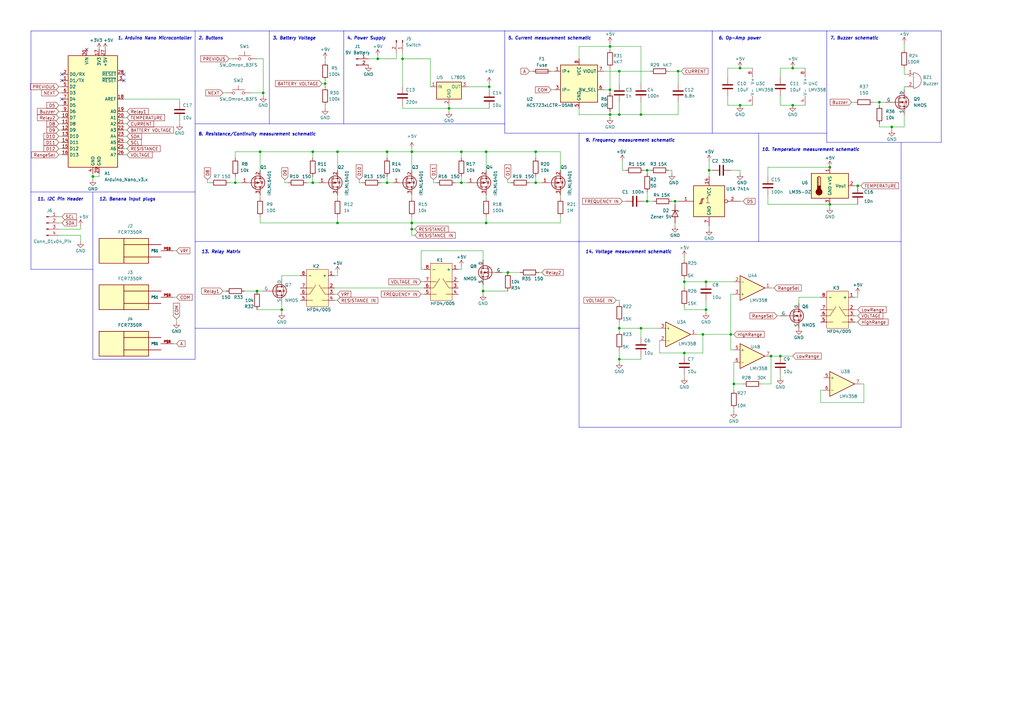
<source format=kicad_sch>
(kicad_sch (version 20230121) (generator eeschema)
  (paper "A3")
  (title_block (title "SPROJ1G5 Multimeter") (date "2023-12-15") (rev "V2.1") (company "SDU Sonderborg") (comment 1 "TH") (comment 2 "MS") (comment 3 "BT") (comment 4 "DJ"))
  (lib_symbols
    (symbol "+5V_1" (power) (pin_numbers hide) (pin_names (offset 0) hide)
      (property "Value" "+5V_1" (at 0 3.556 0))
      (symbol "+5V_1_1_1"
        (pin power_in line (at 0 0 90) (length 0) hide (name "+5V") (number "1"))
      )
    )
    (symbol "+5V_10" (power) (pin_numbers hide) (pin_names (offset 0) hide)
      (property "Value" "+5V_10" (at 0 3.556 0))
      (symbol "+5V_10_1_1"
        (pin power_in line (at 0 0 90) (length 0) hide (name "+5V") (number "1"))
      )
    )
    (symbol "+5V_11" (power) (pin_numbers hide) (pin_names (offset 0) hide)
      (property "Value" "+5V_11" (at 0 3.556 0))
      (symbol "+5V_11_1_1"
        (pin power_in line (at 0 0 90) (length 0) hide (name "+5V") (number "1"))
      )
    )
    (symbol "+5V_12" (power) (pin_numbers hide) (pin_names (offset 0) hide)
      (property "Value" "+5V_12" (at 0 3.556 0))
      (symbol "+5V_12_1_1"
        (pin power_in line (at 0 0 90) (length 0) hide (name "+5V") (number "1"))
      )
    )
    (symbol "+5V_13" (power) (pin_numbers hide) (pin_names (offset 0) hide)
      (property "Value" "+5V_13" (at 0 3.556 0))
      (symbol "+5V_13_1_1"
        (pin power_in line (at 0 0 90) (length 0) hide (name "+5V") (number "1"))
      )
    )
    (symbol "+5V_14" (power) (pin_numbers hide) (pin_names (offset 0) hide)
      (property "Value" "+5V_14" (at 0 3.556 0))
      (symbol "+5V_14_1_1"
        (pin power_in line (at 0 0 90) (length 0) hide (name "+5V") (number "1"))
      )
    )
    (symbol "+5V_2" (power) (pin_numbers hide) (pin_names (offset 0) hide)
      (property "Value" "+5V_2" (at 0 3.556 0))
      (symbol "+5V_2_1_1"
        (pin power_in line (at 0 0 90) (length 0) hide (name "+5V") (number "1"))
      )
    )
    (symbol "+5V_3" (power) (pin_numbers hide) (pin_names (offset 0) hide)
      (property "Value" "+5V_3" (at 0 3.556 0))
      (symbol "+5V_3_1_1"
        (pin power_in line (at 0 0 90) (length 0) hide (name "+5V") (number "1"))
      )
    )
    (symbol "+5V_4" (power) (pin_numbers hide) (pin_names (offset 0) hide)
      (property "Value" "+5V_4" (at 0 3.556 0))
      (symbol "+5V_4_1_1"
        (pin power_in line (at 0 0 90) (length 0) hide (name "+5V") (number "1"))
      )
    )
    (symbol "+5V_5" (power) (pin_numbers hide) (pin_names (offset 0) hide)
      (property "Value" "+5V_5" (at 0 3.556 0))
      (symbol "+5V_5_1_1"
        (pin power_in line (at 0 0 90) (length 0) hide (name "+5V") (number "1"))
      )
    )
    (symbol "+5V_6" (power) (pin_numbers hide) (pin_names (offset 0) hide)
      (property "Value" "+5V_6" (at 0 3.556 0))
      (symbol "+5V_6_1_1"
        (pin power_in line (at 0 0 90) (length 0) hide (name "+5V") (number "1"))
      )
    )
    (symbol "+5V_7" (power) (pin_numbers hide) (pin_names (offset 0) hide)
      (property "Value" "+5V_7" (at 0 3.556 0))
      (symbol "+5V_7_1_1"
        (pin power_in line (at 0 0 90) (length 0) hide (name "+5V") (number "1"))
      )
    )
    (symbol "+5V_8" (power) (pin_numbers hide) (pin_names (offset 0) hide)
      (property "Value" "+5V_8" (at 0 3.556 0))
      (symbol "+5V_8_1_1"
        (pin power_in line (at 0 0 90) (length 0) hide (name "+5V") (number "1"))
      )
    )
    (symbol "+5V_9" (power) (pin_numbers hide) (pin_names (offset 0) hide)
      (property "Value" "+5V_9" (at 0 3.556 0))
      (symbol "+5V_9_1_1"
        (pin power_in line (at 0 0 90) (length 0) hide (name "+5V") (number "1"))
      )
    )
    (symbol "+9V_1" (power) (pin_numbers hide) (pin_names (offset 0) hide)
      (property "Value" "+9V_1" (at 0 3.556 0))
      (symbol "+9V_1_1_1"
        (pin power_in line (at 0 0 90) (length 0) hide (name "+9V") (number "1"))
      )
    )
    (symbol "74xx_IEEE:7414"
      (property "Reference" "U" (at 3.81 7.62 0))
      (property "Value" "7414" (at 5.08 -7.62 0))
      (symbol "7414_0_0"
        (text "1" (at -0.508 0.508 0) (effects (font (size 2.54 2.54))))
      )
      (symbol "7414_0_1"
        (pin power_in line (at 0 10.16 270) (length 3.81) (name "VCC") (number "14"))
        (pin power_in line (at 0 -10.16 90) (length 3.81) (name "GND") (number "7"))
      )
      (symbol "7414_1_1"
        (pin input line (at -12.7 0 0) (length 6.35) (name "~") (number "1"))
        (pin output inverted (at 12.7 0 180) (length 6.35) (name "~") (number "2"))
      )
      (symbol "7414_2_1"
        (pin input line (at -12.7 0 0) (length 6.35) (name "~") (number "3"))
        (pin output inverted (at 12.7 0 180) (length 6.35) (name "~") (number "4"))
      )
      (symbol "7414_3_1"
        (pin input line (at -12.7 0 0) (length 6.35) (name "~") (number "5"))
        (pin output inverted (at 12.7 0 180) (length 6.35) (name "~") (number "6"))
      )
      (symbol "7414_4_1"
        (pin output inverted (at 12.7 0 180) (length 6.35) (name "~") (number "8"))
        (pin input line (at -12.7 0 0) (length 6.35) (name "~") (number "9"))
      )
      (symbol "7414_5_1"
        (pin output inverted (at 12.7 0 180) (length 6.35) (name "~") (number "10"))
        (pin input line (at -12.7 0 0) (length 6.35) (name "~") (number "11"))
      )
      (symbol "7414_6_1"
        (pin output inverted (at 12.7 0 180) (length 6.35) (name "~") (number "12"))
        (pin input line (at -12.7 0 0) (length 6.35) (name "~") (number "13"))
      )
    )
    (symbol "Amplifier_Operational:LMV358" (pin_names (offset 0.127))
      (property "Reference" "U" (at 0 5.08 0))
      (property "Value" "LMV358" (at 0 -5.08 0))
      (symbol "LMV358_1_1"
        (pin output line (at 7.62 0 180) (length 2.54) (name "~") (number "1"))
        (pin input line (at -7.62 -2.54 0) (length 2.54) (name "-") (number "2"))
        (pin input line (at -7.62 2.54 0) (length 2.54) (name "+") (number "3"))
      )
      (symbol "LMV358_2_1"
        (pin input line (at -7.62 2.54 0) (length 2.54) (name "+") (number "5"))
        (pin input line (at -7.62 -2.54 0) (length 2.54) (name "-") (number "6"))
        (pin output line (at 7.62 0 180) (length 2.54) (name "~") (number "7"))
      )
      (symbol "LMV358_3_1"
        (pin power_in line (at -2.54 -7.62 90) (length 3.81) (name "V-") (number "4"))
        (pin power_in line (at -2.54 7.62 270) (length 3.81) (name "V+") (number "8"))
      )
    )
    (symbol "Connector:Conn_01x02_Pin" (pin_names (offset 1.016) hide)
      (property "Reference" "J" (at 0 2.54 0))
      (property "Value" "Conn_01x02_Pin" (at 0 -5.08 0))
      (symbol "Conn_01x02_Pin_1_1"
        (pin passive line (at 5.08 0 180) (length 3.81) (name "Pin_1") (number "1"))
        (pin passive line (at 5.08 -2.54 180) (length 3.81) (name "Pin_2") (number "2"))
      )
    )
    (symbol "Connector:Conn_01x04_Pin" (pin_names (offset 1.016) hide)
      (property "Reference" "J" (at 0 5.08 0))
      (property "Value" "Conn_01x04_Pin" (at 0 -7.62 0))
      (symbol "Conn_01x04_Pin_1_1"
        (pin passive line (at 5.08 2.54 180) (length 3.81) (name "Pin_1") (number "1"))
        (pin passive line (at 5.08 0 180) (length 3.81) (name "Pin_2") (number "2"))
        (pin passive line (at 5.08 -2.54 180) (length 3.81) (name "Pin_3") (number "3"))
        (pin passive line (at 5.08 -5.08 180) (length 3.81) (name "Pin_4") (number "4"))
      )
    )
    (symbol "Device:Buzzer" (pin_names (offset 0.0254) hide)
      (property "Reference" "BZ" (at 3.81 1.27 0))
      (property "Value" "Buzzer" (at 3.81 -1.27 0))
      (symbol "Buzzer_1_1"
        (pin passive line (at -2.54 2.54 0) (length 2.54) (name "-") (number "1"))
        (pin passive line (at -2.54 -2.54 0) (length 2.54) (name "+") (number "2"))
      )
    )
    (symbol "Device:C" (pin_numbers hide) (pin_names (offset 0.254))
      (property "Reference" "C" (at 0.635 2.54 0))
      (property "Value" "C" (at 0.635 -2.54 0))
      (symbol "C_1_1"
        (pin passive line (at 0 3.81 270) (length 2.794) (name "~") (number "1"))
        (pin passive line (at 0 -3.81 90) (length 2.794) (name "~") (number "2"))
      )
    )
    (symbol "Device:D_Zener" (pin_numbers hide) (pin_names (offset 1.016) hide)
      (property "Reference" "D2" (at -1.27 -5.08 90))
      (property "Value" "zener2.5" (at 1.27 -10.16 90))
      (symbol "D_Zener_1_1"
        (pin passive line (at 3.81 0 180) (length 2.54) (name "A") (number "1"))
        (pin passive line (at -3.81 0 0) (length 2.54) (name "K") (number "3"))
      )
    )
    (symbol "Device:Fuse" (pin_numbers hide) (pin_names (offset 0))
      (property "Reference" "F" (at 2.032 0 90))
      (property "Value" "Fuse" (at -1.905 0 90))
      (symbol "Fuse_1_1"
        (pin passive line (at 0 3.81 270) (length 1.27) (name "~") (number "1"))
        (pin passive line (at 0 -3.81 90) (length 1.27) (name "~") (number "2"))
      )
    )
    (symbol "Device:R" (pin_numbers hide) (pin_names (offset 0))
      (property "Reference" "R" (at 2.032 0 90))
      (property "Value" "R" (at 0 0 90))
      (symbol "R_1_1"
        (pin passive line (at 0 3.81 270) (length 1.27) (name "~") (number "1"))
        (pin passive line (at 0 -3.81 90) (length 1.27) (name "~") (number "2"))
      )
    )
    (symbol "FCR7350R:FCR7350R" (pin_names (offset 1.016))
      (property "Reference" "J" (at -7.62 6.35 0))
      (property "Value" "FCR7350R" (at -7.62 -6.35 0))
      (symbol "FCR7350R_0_0"
        (pin bidirectional line (at 17.78 0 180) (length 5.08) (name "P$1") (number "P$1"))
        (pin bidirectional line (at 17.78 0 180) (length 5.08) (name "P$1") (number "P$2"))
        (pin bidirectional line (at 17.78 0 180) (length 5.08) (name "P$1") (number "P$3"))
        (pin bidirectional line (at 17.78 0 180) (length 5.08) (name "P$1") (number "P$4"))
        (pin bidirectional line (at 17.78 0 180) (length 5.08) (name "P$1") (number "P$5"))
      )
    )
    (symbol "GND_1" (power) (pin_numbers hide) (pin_names (offset 0) hide)
      (property "Value" "GND_1" (at 0 -3.81 0))
      (symbol "GND_1_1_1"
        (pin power_in line (at 0 0 270) (length 0) hide (name "GND") (number "1"))
      )
    )
    (symbol "GND_10" (power) (pin_numbers hide) (pin_names (offset 0) hide)
      (property "Value" "GND_10" (at 0 -3.81 0))
      (symbol "GND_10_1_1"
        (pin power_in line (at 0 0 270) (length 0) hide (name "GND") (number "1"))
      )
    )
    (symbol "GND_11" (power) (pin_numbers hide) (pin_names (offset 0) hide)
      (property "Value" "GND_11" (at 0 -3.81 0))
      (symbol "GND_11_1_1"
        (pin power_in line (at 0 0 270) (length 0) hide (name "GND") (number "1"))
      )
    )
    (symbol "GND_12" (power) (pin_numbers hide) (pin_names (offset 0) hide)
      (property "Value" "GND_12" (at 0 -3.81 0))
      (symbol "GND_12_1_1"
        (pin power_in line (at 0 0 270) (length 0) hide (name "GND") (number "1"))
      )
    )
    (symbol "GND_13" (power) (pin_numbers hide) (pin_names (offset 0) hide)
      (property "Value" "GND_13" (at 0 -3.81 0))
      (symbol "GND_13_1_1"
        (pin power_in line (at 0 0 270) (length 0) hide (name "GND") (number "1"))
      )
    )
    (symbol "GND_14" (power) (pin_numbers hide) (pin_names (offset 0) hide)
      (property "Value" "GND_14" (at 0 -3.81 0))
      (symbol "GND_14_1_1"
        (pin power_in line (at 0 0 270) (length 0) hide (name "GND") (number "1"))
      )
    )
    (symbol "GND_15" (power) (pin_numbers hide) (pin_names (offset 0) hide)
      (property "Value" "GND_15" (at 0 -3.81 0))
      (symbol "GND_15_1_1"
        (pin power_in line (at 0 0 270) (length 0) hide (name "GND") (number "1"))
      )
    )
    (symbol "GND_16" (power) (pin_numbers hide) (pin_names (offset 0) hide)
      (property "Value" "GND_16" (at 0 -3.81 0))
      (symbol "GND_16_1_1"
        (pin power_in line (at 0 0 270) (length 0) hide (name "GND") (number "1"))
      )
    )
    (symbol "GND_17" (power) (pin_numbers hide) (pin_names (offset 0) hide)
      (property "Value" "GND_17" (at 0 -3.81 0))
      (symbol "GND_17_1_1"
        (pin power_in line (at 0 0 270) (length 0) hide (name "GND") (number "1"))
      )
    )
    (symbol "GND_18" (power) (pin_numbers hide) (pin_names (offset 0) hide)
      (property "Value" "GND_18" (at 0 -3.81 0))
      (symbol "GND_18_1_1"
        (pin power_in line (at 0 0 270) (length 0) hide (name "GND") (number "1"))
      )
    )
    (symbol "GND_19" (power) (pin_numbers hide) (pin_names (offset 0) hide)
      (property "Value" "GND_19" (at 0 -3.81 0))
      (symbol "GND_19_1_1"
        (pin power_in line (at 0 0 270) (length 0) hide (name "GND") (number "1"))
      )
    )
    (symbol "GND_2" (power) (pin_numbers hide) (pin_names (offset 0) hide)
      (property "Value" "GND_2" (at 0 -3.81 0))
      (symbol "GND_2_1_1"
        (pin power_in line (at 0 0 270) (length 0) hide (name "GND") (number "1"))
      )
    )
    (symbol "GND_20" (power) (pin_numbers hide) (pin_names (offset 0) hide)
      (property "Value" "GND_20" (at 0 -3.81 0))
      (symbol "GND_20_1_1"
        (pin power_in line (at 0 0 270) (length 0) hide (name "GND") (number "1"))
      )
    )
    (symbol "GND_21" (power) (pin_numbers hide) (pin_names (offset 0) hide)
      (property "Value" "GND_21" (at 0 -3.81 0))
      (symbol "GND_21_1_1"
        (pin power_in line (at 0 0 270) (length 0) hide (name "GND") (number "1"))
      )
    )
    (symbol "GND_22" (power) (pin_numbers hide) (pin_names (offset 0) hide)
      (property "Value" "GND_22" (at 0 -3.81 0))
      (symbol "GND_22_1_1"
        (pin power_in line (at 0 0 270) (length 0) hide (name "GND") (number "1"))
      )
    )
    (symbol "GND_23" (power) (pin_numbers hide) (pin_names (offset 0) hide)
      (property "Value" "GND_23" (at 0 -3.81 0))
      (symbol "GND_23_1_1"
        (pin power_in line (at 0 0 270) (length 0) hide (name "GND") (number "1"))
      )
    )
    (symbol "GND_24" (power) (pin_numbers hide) (pin_names (offset 0) hide)
      (property "Value" "GND_24" (at 0 -3.81 0))
      (symbol "GND_24_1_1"
        (pin power_in line (at 0 0 270) (length 0) hide (name "GND") (number "1"))
      )
    )
    (symbol "GND_3" (power) (pin_numbers hide) (pin_names (offset 0) hide)
      (property "Value" "GND_3" (at 0 -3.81 0))
      (symbol "GND_3_1_1"
        (pin power_in line (at 0 0 270) (length 0) hide (name "GND") (number "1"))
      )
    )
    (symbol "GND_4" (power) (pin_numbers hide) (pin_names (offset 0) hide)
      (property "Value" "GND_4" (at 0 -3.81 0))
      (symbol "GND_4_1_1"
        (pin power_in line (at 0 0 270) (length 0) hide (name "GND") (number "1"))
      )
    )
    (symbol "GND_5" (power) (pin_numbers hide) (pin_names (offset 0) hide)
      (property "Value" "GND_5" (at 0 -3.81 0))
      (symbol "GND_5_1_1"
        (pin power_in line (at 0 0 270) (length 0) hide (name "GND") (number "1"))
      )
    )
    (symbol "GND_6" (power) (pin_numbers hide) (pin_names (offset 0) hide)
      (property "Value" "GND_6" (at 0 -3.81 0))
      (symbol "GND_6_1_1"
        (pin power_in line (at 0 0 270) (length 0) hide (name "GND") (number "1"))
      )
    )
    (symbol "GND_7" (power) (pin_numbers hide) (pin_names (offset 0) hide)
      (property "Value" "GND_7" (at 0 -3.81 0))
      (symbol "GND_7_1_1"
        (pin power_in line (at 0 0 270) (length 0) hide (name "GND") (number "1"))
      )
    )
    (symbol "GND_8" (power) (pin_numbers hide) (pin_names (offset 0) hide)
      (property "Value" "GND_8" (at 0 -3.81 0))
      (symbol "GND_8_1_1"
        (pin power_in line (at 0 0 270) (length 0) hide (name "GND") (number "1"))
      )
    )
    (symbol "GND_9" (power) (pin_numbers hide) (pin_names (offset 0) hide)
      (property "Value" "GND_9" (at 0 -3.81 0))
      (symbol "GND_9_1_1"
        (pin power_in line (at 0 0 270) (length 0) hide (name "GND") (number "1"))
      )
    )
    (symbol "HFD4_005:HFD4/005"
      (property "Reference" "K?" (at -10.16 2.54 0))
      (property "Value" "HFD4/005" (at 0 -1.27 0))
      (symbol "HFD4/005_1_1"
        (pin input line (at -5.08 6.35 270) (length 2.54) (name "+") (number "1"))
        (pin bidirectional line (at 0 6.35 270) (length 2.54) (name "") (number "2"))
        (pin bidirectional line (at 2.54 6.35 270) (length 2.54) (name "") (number "3"))
        (pin bidirectional line (at 5.08 6.35 270) (length 2.54) (name "") (number "4"))
        (pin bidirectional line (at 5.08 -7.62 90) (length 2.54) (name "") (number "5"))
        (pin bidirectional line (at 2.54 -7.62 90) (length 2.54) (name "") (number "6"))
        (pin bidirectional line (at 0 -7.62 90) (length 2.54) (name "") (number "7"))
        (pin output line (at -5.08 -7.62 90) (length 2.54) (name "-") (number "8"))
      )
    )
    (symbol "MCU_Module:Arduino_Nano_v3.x"
      (property "Reference" "A" (at -10.16 23.495 0))
      (property "Value" "Arduino_Nano_v3.x" (at 5.08 -24.13 0))
      (symbol "Arduino_Nano_v3.x_1_1"
        (pin bidirectional line (at -12.7 12.7 0) (length 2.54) (name "D1/TX") (number "1"))
        (pin bidirectional line (at -12.7 -2.54 0) (length 2.54) (name "D7") (number "10"))
        (pin bidirectional line (at -12.7 -5.08 0) (length 2.54) (name "D8") (number "11"))
        (pin bidirectional line (at -12.7 -7.62 0) (length 2.54) (name "D9") (number "12"))
        (pin bidirectional line (at -12.7 -10.16 0) (length 2.54) (name "D10") (number "13"))
        (pin bidirectional line (at -12.7 -12.7 0) (length 2.54) (name "D11") (number "14"))
        (pin bidirectional line (at -12.7 -15.24 0) (length 2.54) (name "D12") (number "15"))
        (pin bidirectional line (at -12.7 -17.78 0) (length 2.54) (name "D13") (number "16"))
        (pin power_out line (at 2.54 25.4 270) (length 2.54) (name "3V3") (number "17"))
        (pin input line (at 12.7 5.08 180) (length 2.54) (name "AREF") (number "18"))
        (pin bidirectional line (at 12.7 0 180) (length 2.54) (name "A0") (number "19"))
        (pin bidirectional line (at -12.7 15.24 0) (length 2.54) (name "D0/RX") (number "2"))
        (pin bidirectional line (at 12.7 -2.54 180) (length 2.54) (name "A1") (number "20"))
        (pin bidirectional line (at 12.7 -5.08 180) (length 2.54) (name "A2") (number "21"))
        (pin bidirectional line (at 12.7 -7.62 180) (length 2.54) (name "A3") (number "22"))
        (pin bidirectional line (at 12.7 -10.16 180) (length 2.54) (name "A4") (number "23"))
        (pin bidirectional line (at 12.7 -12.7 180) (length 2.54) (name "A5") (number "24"))
        (pin bidirectional line (at 12.7 -15.24 180) (length 2.54) (name "A6") (number "25"))
        (pin bidirectional line (at 12.7 -17.78 180) (length 2.54) (name "A7") (number "26"))
        (pin power_out line (at 5.08 25.4 270) (length 2.54) (name "+5V") (number "27"))
        (pin input line (at 12.7 15.24 180) (length 2.54) (name "~{RESET}") (number "28"))
        (pin power_in line (at 2.54 -25.4 90) (length 2.54) (name "GND") (number "29"))
        (pin input line (at 12.7 12.7 180) (length 2.54) (name "~{RESET}") (number "3"))
        (pin power_in line (at -2.54 25.4 270) (length 2.54) (name "VIN") (number "30"))
        (pin power_in line (at 0 -25.4 90) (length 2.54) (name "GND") (number "4"))
        (pin bidirectional line (at -12.7 10.16 0) (length 2.54) (name "D2") (number "5"))
        (pin bidirectional line (at -12.7 7.62 0) (length 2.54) (name "D3") (number "6"))
        (pin bidirectional line (at -12.7 5.08 0) (length 2.54) (name "D4") (number "7"))
        (pin bidirectional line (at -12.7 2.54 0) (length 2.54) (name "D5") (number "8"))
        (pin bidirectional line (at -12.7 0 0) (length 2.54) (name "D6") (number "9"))
      )
    )
    (symbol "NMOS_1" (pin_numbers hide) (pin_names (offset 0))
      (property "Reference" "Q8" (at 6.35 1.27 0))
      (property "Value" "NMOS" (at 6.35 -1.27 0))
      (symbol "NMOS_1_1_1"
        (pin input line (at -5.08 0 0) (length 2.54) (name "G") (number "1"))
        (pin passive line (at 2.54 -5.08 90) (length 2.54) (name "S") (number "2"))
        (pin passive line (at 2.54 5.08 270) (length 2.54) (name "D") (number "3"))
      )
    )
    (symbol "NMOS_2" (pin_numbers hide) (pin_names (offset 0))
      (property "Reference" "Q7" (at 6.35 1.27 0))
      (property "Value" "NMOS" (at 6.35 -1.27 0))
      (symbol "NMOS_2_1_1"
        (pin input line (at -5.08 0 0) (length 2.54) (name "G") (number "1"))
        (pin passive line (at 2.54 -5.08 90) (length 2.54) (name "S") (number "2"))
        (pin passive line (at 2.54 5.08 270) (length 2.54) (name "D") (number "3"))
      )
    )
    (symbol "NMOS_3" (pin_numbers hide) (pin_names (offset 0))
      (property "Reference" "Q6" (at 6.35 1.27 0))
      (property "Value" "NMOS" (at 6.35 -1.27 0))
      (symbol "NMOS_3_1_1"
        (pin input line (at -5.08 0 0) (length 2.54) (name "G") (number "1"))
        (pin passive line (at 2.54 -5.08 90) (length 2.54) (name "S") (number "2"))
        (pin passive line (at 2.54 5.08 270) (length 2.54) (name "D") (number "3"))
      )
    )
    (symbol "Regulator_Linear:L7805" (pin_names (offset 0.254))
      (property "Reference" "U" (at -3.81 3.175 0))
      (property "Value" "L7805" (at 0 3.175 0))
      (symbol "L7805_1_1"
        (pin power_in line (at -7.62 0 0) (length 2.54) (name "IN") (number "1"))
        (pin power_in line (at 0 -7.62 90) (length 2.54) (name "GND") (number "2"))
        (pin power_out line (at 7.62 0 180) (length 2.54) (name "OUT") (number "3"))
      )
    )
    (symbol "Sensor_Current:ACS723xLCTR-05AB"
      (property "Reference" "U" (at 2.54 11.43 0))
      (property "Value" "ACS723xLCTR-05AB" (at 2.54 8.89 0))
      (symbol "ACS723xLCTR-05AB_1_1"
        (pin passive line (at -10.16 5.08 0) (length 2.54) (name "IP+") (number "1"))
        (pin passive line (at -10.16 5.08 0) (length 2.54) hide (name "IP+") (number "2"))
        (pin passive line (at -10.16 -2.54 0) (length 2.54) (name "IP-") (number "3"))
        (pin passive line (at -10.16 -2.54 0) (length 2.54) hide (name "IP-") (number "4"))
        (pin power_in line (at 0 -10.16 90) (length 2.54) (name "GND") (number "5"))
        (pin input line (at 10.16 -2.54 180) (length 2.54) (name "BW_SEL") (number "6"))
        (pin output line (at 10.16 5.08 180) (length 2.54) (name "VIOUT") (number "7"))
        (pin power_in line (at 0 10.16 270) (length 2.54) (name "VCC") (number "8"))
      )
    )
    (symbol "Sensor_Temperature:LM35-D" (pin_names (offset 1.016))
      (property "Reference" "U6" (at -8.89 1.27 0))
      (property "Value" "LM35-D" (at -8.89 -1.27 0))
      (property "Footprint" "Package_TO_SOT_THT:TO-92" (at 0 -15.24 0))
      (symbol "LM35-D_1_1"
        (pin power_in line (at 0 7.62 270) (length 2.54) (name "+VS") (number "1"))
        (pin no_connect line (at -2.54 -7.62 90) (length 2.54) hide (name "NC") (number "2"))
        (pin output line (at 10.16 0 180) (length 2.54) (name "Vout") (number "2"))
        (pin power_in line (at 0 -7.62 90) (length 2.54) (name "GND") (number "3"))
        (pin no_connect line (at -2.54 7.62 270) (length 2.54) hide (name "NC") (number "3"))
        (pin no_connect line (at 2.54 -7.62 90) (length 2.54) hide (name "NC") (number "5"))
        (pin no_connect line (at 5.08 -7.62 90) (length 2.54) hide (name "NC") (number "6"))
        (pin no_connect line (at 10.16 2.54 180) (length 2.54) hide (name "NC") (number "7"))
      )
    )
    (symbol "Simulation_SPICE:NMOS" (pin_numbers hide) (pin_names (offset 0))
      (property "Reference" "Q9" (at 6.35 1.27 0))
      (property "Value" "NMOS" (at 6.35 -1.27 0))
      (symbol "NMOS_1_1"
        (pin input line (at -5.08 0 0) (length 2.54) (name "G") (number "1"))
        (pin passive line (at 2.54 -5.08 90) (length 2.54) (name "S") (number "2"))
        (pin passive line (at 2.54 5.08 270) (length 2.54) (name "D") (number "3"))
      )
    )
    (symbol "Switch:SW_Omron_B3FS" (pin_numbers hide) (pin_names (offset 1.016) hide)
      (property "Reference" "SW" (at 1.27 2.54 0))
      (property "Value" "SW_Omron_B3FS" (at 0 -1.524 0))
      (symbol "SW_Omron_B3FS_0_1"
        (pin passive line (at -5.08 0 0) (length 2.54) (name "1") (number "1"))
        (pin passive line (at 5.08 0 180) (length 2.54) (name "2") (number "2"))
      )
    )
    (symbol "Transistor_FET:IRLML6401" (pin_names hide)
      (property "Reference" "Q" (at 5.08 1.905 0))
      (property "Value" "IRLML6401" (at 5.08 0 0))
      (symbol "IRLML6401_1_1"
        (pin input line (at -5.08 0 0) (length 2.54) (name "G") (number "1"))
        (pin passive line (at 2.54 -5.08 90) (length 2.54) (name "S") (number "2"))
        (pin passive line (at 2.54 5.08 270) (length 2.54) (name "D") (number "3"))
      )
    )
    (symbol "power:+3V3" (power) (pin_numbers hide) (pin_names (offset 0) hide)
      (property "Value" "+3V3" (at 0 3.556 0))
      (symbol "+3V3_1_1"
        (pin power_in line (at 0 0 90) (length 0) hide (name "+3V3") (number "1"))
      )
    )
    (symbol "power:+5V" (power) (pin_numbers hide) (pin_names (offset 0) hide)
      (property "Value" "+5V" (at 0 3.556 0))
      (symbol "+5V_1_1"
        (pin power_in line (at 0 0 90) (length 0) hide (name "+5V") (number "1"))
      )
    )
    (symbol "power:+9V" (power) (pin_numbers hide) (pin_names (offset 0) hide)
      (property "Value" "+9V" (at 0 3.556 0))
      (symbol "+9V_1_1"
        (pin power_in line (at 0 0 90) (length 0) hide (name "+9V") (number "1"))
      )
    )
    (symbol "power:GND" (power) (pin_numbers hide) (pin_names (offset 0) hide)
      (property "Value" "GND" (at 0 -3.81 0))
      (symbol "GND_1_1"
        (pin power_in line (at 0 0 270) (length 0) hide (name "GND") (number "1"))
      )
    )
  )
  (junction (at 107.95 38.1))
  (junction (at 128.27 62.23))
  (junction (at 316.23 146.05))
  (junction (at 189.23 62.23))
  (junction (at 303.53 43.18))
  (junction (at 199.39 91.44))
  (junction (at 288.29 137.16))
  (junction (at 278.13 29.21))
  (junction (at 365.76 52.07))
  (junction (at 265.43 69.85))
  (junction (at 276.86 82.55))
  (junction (at 105.41 119.38))
  (junction (at 128.27 74.93))
  (junction (at 250.19 46.99))
  (junction (at 265.43 82.55))
  (junction (at 250.19 36.83))
  (junction (at 320.04 146.05))
  (junction (at 158.75 62.23))
  (junction (at 200.66 35.56))
  (junction (at 96.52 74.93))
  (junction (at 189.23 74.93))
  (junction (at 138.43 91.44))
  (junction (at 262.89 46.99))
  (junction (at 289.56 127))
  (junction (at 133.35 34.29))
  (junction (at 290.83 69.85))
  (junction (at 168.91 93.98))
  (junction (at 262.89 134.62))
  (junction (at 303.53 27.94))
  (junction (at 219.71 62.23))
  (junction (at 254 147.32))
  (junction (at 198.12 119.38))
  (junction (at 299.72 137.16))
  (junction (at 325.12 27.94))
  (junction (at 106.68 62.23))
  (junction (at 168.91 91.44))
  (junction (at 184.15 44.45))
  (junction (at 250.19 19.05))
  (junction (at 351.79 76.2))
  (junction (at 208.28 111.76))
  (junction (at 360.68 41.91))
  (junction (at 280.67 115.57))
  (junction (at 199.39 62.23))
  (junction (at 165.1 24.13))
  (junction (at 158.75 74.93))
  (junction (at 154.94 24.13))
  (junction (at 340.36 68.58))
  (junction (at 340.36 83.82))
  (junction (at 138.43 62.23))
  (junction (at 115.57 127))
  (junction (at 325.12 43.18))
  (junction (at 219.71 74.93))
  (junction (at 289.56 115.57))
  (junction (at 254 29.21))
  (junction (at 38.1 72.39))
  (junction (at 300.99 157.48))
  (junction (at 254 46.99))
  (junction (at 254 134.62))
  (junction (at 168.91 62.23))
  (junction (at 280.67 144.78))
  (no_connect (at 25.4 30.48))
  (no_connect (at 50.8 33.02))
  (no_connect (at 25.4 33.02))
  (no_connect (at 50.8 30.48))
  (no_connect (at 35.56 20.32))
  (no_connect (at 25.4 40.64))
  (wire (pts (xy 24.13 60.96) (xy 25.4 60.96)))
  (wire (pts (xy 255.27 82.55) (xy 256.54 82.55)))
  (wire (pts (xy 351.79 120.65) (xy 351.79 121.92)))
  (wire (pts (xy 96.52 74.93) (xy 99.06 74.93)))
  (wire (pts (xy 360.68 50.8) (xy 360.68 52.07)))
  (wire (pts (xy 105.41 119.38) (xy 100.33 119.38)))
  (wire (pts (xy 370.84 35.56) (xy 370.84 36.83)))
  (wire (pts (xy 265.43 82.55) (xy 267.97 82.55)))
  (wire (pts (xy 189.23 64.77) (xy 189.23 62.23)))
  (wire (pts (xy 115.57 113.03) (xy 115.57 114.3)))
  (polyline (pts (xy 80.01 78.74) (xy 80.01 12.7)))
  (polyline (pts (xy 38.1 110.49) (xy 38.1 78.74)))
  (wire (pts (xy 24.13 50.8) (xy 25.4 50.8)))
  (wire (pts (xy 229.87 88.9) (xy 229.87 91.44)))
  (wire (pts (xy 314.96 80.01) (xy 314.96 83.82)))
  (wire (pts (xy 168.91 93.98) (xy 168.91 91.44)))
  (wire (pts (xy 93.98 24.13) (xy 95.25 24.13)))
  (polyline (pts (xy 237.49 99.06) (xy 237.49 54.61)))
  (wire (pts (xy 340.36 85.09) (xy 340.36 83.82)))
  (wire (pts (xy 265.43 69.85) (xy 266.7 69.85)))
  (polyline (pts (xy 237.49 99.06) (xy 311.15 99.06)))
  (wire (pts (xy 128.27 74.93) (xy 130.81 74.93)))
  (wire (pts (xy 250.19 17.78) (xy 250.19 19.05)))
  (wire (pts (xy 289.56 115.57) (xy 300.99 115.57)))
  (wire (pts (xy 265.43 71.12) (xy 265.43 69.85)))
  (wire (pts (xy 229.87 91.44) (xy 199.39 91.44)))
  (wire (pts (xy 123.19 113.03) (xy 115.57 113.03)))
  (wire (pts (xy 289.56 128.27) (xy 289.56 127)))
  (wire (pts (xy 96.52 64.77) (xy 96.52 62.23)))
  (wire (pts (xy 304.8 157.48) (xy 300.99 157.48)))
  (wire (pts (xy 184.15 44.45) (xy 200.66 44.45)))
  (wire (pts (xy 262.89 134.62) (xy 262.89 138.43)))
  (wire (pts (xy 52.07 45.72) (xy 50.8 45.72)))
  (wire (pts (xy 320.04 43.18) (xy 320.04 39.37)))
  (wire (pts (xy 138.43 62.23) (xy 158.75 62.23)))
  (wire (pts (xy 290.83 69.85) (xy 290.83 72.39)))
  (wire (pts (xy 158.75 72.39) (xy 158.75 74.93)))
  (wire (pts (xy 351.79 76.2) (xy 353.06 76.2)))
  (wire (pts (xy 106.68 62.23) (xy 128.27 62.23)))
  (wire (pts (xy 350.52 76.2) (xy 351.79 76.2)))
  (wire (pts (xy 303.53 27.94) (xy 308.61 27.94)))
  (wire (pts (xy 372.11 30.48) (xy 370.84 30.48)))
  (wire (pts (xy 33.02 92.71) (xy 33.02 93.98)))
  (wire (pts (xy 300.99 148.59) (xy 300.99 157.48)))
  (polyline (pts (xy 80.01 99.06) (xy 237.49 99.06)))
  (wire (pts (xy 274.32 29.21) (xy 278.13 29.21)))
  (wire (pts (xy 106.68 91.44) (xy 138.43 91.44)))
  (polyline (pts (xy 386.08 58.42) (xy 386.08 12.7)))
  (wire (pts (xy 254 41.91) (xy 254 46.99)))
  (wire (pts (xy 298.45 39.37) (xy 298.45 43.18)))
  (wire (pts (xy 208.28 74.93) (xy 209.55 74.93)))
  (wire (pts (xy 237.49 19.05) (xy 250.19 19.05)))
  (wire (pts (xy 303.53 71.12) (xy 303.53 69.85)))
  (wire (pts (xy 254 132.08) (xy 254 134.62)))
  (polyline (pts (xy 207.01 50.8) (xy 207.01 54.61)))
  (wire (pts (xy 351.79 132.08) (xy 350.52 132.08)))
  (wire (pts (xy 265.43 78.74) (xy 265.43 82.55)))
  (wire (pts (xy 250.19 19.05) (xy 250.19 20.32)))
  (wire (pts (xy 250.19 36.83) (xy 250.19 38.1)))
  (wire (pts (xy 24.13 43.18) (xy 25.4 43.18)))
  (wire (pts (xy 147.32 74.93) (xy 148.59 74.93)))
  (polyline (pts (xy 38.1 147.32) (xy 80.01 147.32)))
  (wire (pts (xy 24.13 38.1) (xy 25.4 38.1)))
  (wire (pts (xy 24.13 45.72) (xy 25.4 45.72)))
  (wire (pts (xy 250.19 27.94) (xy 250.19 36.83)))
  (wire (pts (xy 262.89 134.62) (xy 270.51 134.62)))
  (wire (pts (xy 198.12 102.87) (xy 172.72 102.87)))
  (wire (pts (xy 151.13 24.13) (xy 154.94 24.13)))
  (wire (pts (xy 288.29 137.16) (xy 299.72 137.16)))
  (wire (pts (xy 72.39 102.87) (xy 71.12 102.87)))
  (polyline (pts (xy 339.09 54.61) (xy 339.09 12.7)))
  (wire (pts (xy 154.94 24.13) (xy 162.56 24.13)))
  (wire (pts (xy 298.45 43.18) (xy 303.53 43.18)))
  (wire (pts (xy 360.68 52.07) (xy 365.76 52.07)))
  (wire (pts (xy 217.17 29.21) (xy 218.44 29.21)))
  (wire (pts (xy 254 29.21) (xy 266.7 29.21)))
  (wire (pts (xy 247.65 29.21) (xy 254 29.21)))
  (wire (pts (xy 220.98 111.76) (xy 222.25 111.76)))
  (polyline (pts (xy 207.01 54.61) (xy 292.1 54.61)))
  (wire (pts (xy 229.87 80.01) (xy 229.87 81.28)))
  (wire (pts (xy 72.39 140.97) (xy 71.12 140.97)))
  (wire (pts (xy 354.33 157.48) (xy 354.33 165.1)))
  (polyline (pts (xy 110.49 50.8) (xy 140.97 50.8)))
  (wire (pts (xy 165.1 24.13) (xy 165.1 35.56)))
  (wire (pts (xy 360.68 41.91) (xy 363.22 41.91)))
  (wire (pts (xy 250.19 45.72) (xy 250.19 46.99)))
  (wire (pts (xy 128.27 62.23) (xy 138.43 62.23)))
  (wire (pts (xy 290.83 92.71) (xy 290.83 93.98)))
  (wire (pts (xy 138.43 62.23) (xy 138.43 69.85)))
  (wire (pts (xy 189.23 110.49) (xy 187.96 110.49)))
  (wire (pts (xy 73.66 40.64) (xy 73.66 41.91)))
  (wire (pts (xy 85.09 73.66) (xy 85.09 74.93)))
  (polyline (pts (xy 140.97 50.8) (xy 140.97 12.7)))
  (wire (pts (xy 72.39 130.81) (xy 72.39 132.08)))
  (wire (pts (xy 299.72 120.65) (xy 299.72 137.16)))
  (wire (pts (xy 168.91 80.01) (xy 168.91 81.28)))
  (wire (pts (xy 116.84 73.66) (xy 116.84 74.93)))
  (polyline (pts (xy 110.49 12.7) (xy 80.01 12.7)))
  (wire (pts (xy 226.06 36.83) (xy 227.33 36.83)))
  (wire (pts (xy 237.49 24.13) (xy 237.49 19.05)))
  (wire (pts (xy 107.95 119.38) (xy 105.41 119.38)))
  (wire (pts (xy 52.07 55.88) (xy 50.8 55.88)))
  (wire (pts (xy 365.76 52.07) (xy 365.76 53.34)))
  (wire (pts (xy 162.56 24.13) (xy 162.56 21.59)))
  (wire (pts (xy 189.23 109.22) (xy 189.23 110.49)))
  (wire (pts (xy 168.91 93.98) (xy 170.18 93.98)))
  (wire (pts (xy 316.23 146.05) (xy 316.23 157.48)))
  (polyline (pts (xy 339.09 12.7) (xy 292.1 12.7)))
  (wire (pts (xy 184.15 45.72) (xy 184.15 44.45)))
  (wire (pts (xy 303.53 43.18) (xy 308.61 43.18)))
  (wire (pts (xy 262.89 46.99) (xy 278.13 46.99)))
  (wire (pts (xy 298.45 27.94) (xy 303.53 27.94)))
  (wire (pts (xy 255.27 66.04) (xy 255.27 69.85)))
  (wire (pts (xy 133.35 34.29) (xy 133.35 35.56)))
  (wire (pts (xy 200.66 34.29) (xy 200.66 35.56)))
  (wire (pts (xy 314.96 68.58) (xy 314.96 72.39)))
  (wire (pts (xy 250.19 46.99) (xy 254 46.99)))
  (wire (pts (xy 274.32 69.85) (xy 275.59 69.85)))
  (wire (pts (xy 320.04 31.75) (xy 320.04 27.94)))
  (wire (pts (xy 189.23 74.93) (xy 191.77 74.93)))
  (polyline (pts (xy 207.01 12.7) (xy 140.97 12.7)))
  (wire (pts (xy 289.56 123.19) (xy 289.56 127)))
  (wire (pts (xy 24.13 55.88) (xy 25.4 55.88)))
  (wire (pts (xy 303.53 82.55) (xy 304.8 82.55)))
  (wire (pts (xy 327.66 121.92) (xy 327.66 124.46)))
  (wire (pts (xy 290.83 66.04) (xy 290.83 69.85)))
  (wire (pts (xy 278.13 29.21) (xy 279.4 29.21)))
  (wire (pts (xy 96.52 62.23) (xy 106.68 62.23)))
  (wire (pts (xy 288.29 144.78) (xy 288.29 137.16)))
  (wire (pts (xy 38.1 73.66) (xy 38.1 72.39)))
  (wire (pts (xy 325.12 43.18) (xy 330.2 43.18)))
  (wire (pts (xy 219.71 64.77) (xy 219.71 62.23)))
  (wire (pts (xy 320.04 146.05) (xy 325.12 146.05)))
  (wire (pts (xy 278.13 41.91) (xy 278.13 46.99)))
  (wire (pts (xy 353.06 157.48) (xy 354.33 157.48)))
  (wire (pts (xy 199.39 62.23) (xy 189.23 62.23)))
  (polyline (pts (xy 237.49 99.06) (xy 237.49 134.62)))
  (wire (pts (xy 264.16 82.55) (xy 265.43 82.55)))
  (polyline (pts (xy 339.09 54.61) (xy 339.09 58.42)))
  (polyline (pts (xy 237.49 175.26) (xy 237.49 134.62)))
  (polyline (pts (xy 38.1 110.49) (xy 38.1 147.32)))
  (wire (pts (xy 360.68 41.91) (xy 360.68 43.18)))
  (wire (pts (xy 280.67 115.57) (xy 280.67 118.11)))
  (wire (pts (xy 156.21 74.93) (xy 158.75 74.93)))
  (wire (pts (xy 370.84 46.99) (xy 370.84 52.07)))
  (wire (pts (xy 252.73 123.19) (xy 254 123.19)))
  (wire (pts (xy 73.66 49.53) (xy 73.66 50.8)))
  (wire (pts (xy 318.77 129.54) (xy 320.04 129.54)))
  (wire (pts (xy 107.95 38.1) (xy 102.87 38.1)))
  (wire (pts (xy 198.12 120.65) (xy 198.12 119.38)))
  (polyline (pts (xy 80.01 134.62) (xy 237.49 134.62)))
  (wire (pts (xy 208.28 73.66) (xy 208.28 74.93)))
  (wire (pts (xy 280.67 114.3) (xy 280.67 115.57)))
  (wire (pts (xy 168.91 60.96) (xy 168.91 62.23)))
  (wire (pts (xy 276.86 82.55) (xy 276.86 83.82)))
  (wire (pts (xy 199.39 80.01) (xy 199.39 81.28)))
  (wire (pts (xy 372.11 35.56) (xy 370.84 35.56)))
  (wire (pts (xy 198.12 119.38) (xy 208.28 119.38)))
  (wire (pts (xy 349.25 41.91) (xy 350.52 41.91)))
  (wire (pts (xy 24.13 63.5) (xy 25.4 63.5)))
  (wire (pts (xy 106.68 91.44) (xy 106.68 88.9)))
  (wire (pts (xy 189.23 72.39) (xy 189.23 74.93)))
  (wire (pts (xy 24.13 48.26) (xy 25.4 48.26)))
  (wire (pts (xy 172.72 120.65) (xy 173.99 120.65)))
  (wire (pts (xy 320.04 27.94) (xy 325.12 27.94)))
  (wire (pts (xy 50.8 40.64) (xy 73.66 40.64)))
  (wire (pts (xy 137.16 118.11) (xy 173.99 118.11)))
  (wire (pts (xy 254 29.21) (xy 254 34.29)))
  (wire (pts (xy 254 147.32) (xy 262.89 147.32)))
  (wire (pts (xy 340.36 68.58) (xy 314.96 68.58)))
  (wire (pts (xy 138.43 91.44) (xy 168.91 91.44)))
  (wire (pts (xy 205.74 111.76) (xy 208.28 111.76)))
  (wire (pts (xy 184.15 44.45) (xy 184.15 43.18)))
  (wire (pts (xy 172.72 115.57) (xy 173.99 115.57)))
  (wire (pts (xy 168.91 62.23) (xy 168.91 69.85)))
  (wire (pts (xy 107.95 24.13) (xy 107.95 38.1)))
  (wire (pts (xy 325.12 27.94) (xy 330.2 27.94)))
  (wire (pts (xy 168.91 88.9) (xy 168.91 91.44)))
  (wire (pts (xy 165.1 43.18) (xy 165.1 44.45)))
  (wire (pts (xy 208.28 111.76) (xy 213.36 111.76)))
  (wire (pts (xy 52.07 50.8) (xy 50.8 50.8)))
  (wire (pts (xy 137.16 123.19) (xy 138.43 123.19)))
  (wire (pts (xy 370.84 27.94) (xy 370.84 30.48)))
  (wire (pts (xy 320.04 43.18) (xy 325.12 43.18)))
  (wire (pts (xy 280.67 105.41) (xy 280.67 106.68)))
  (wire (pts (xy 314.96 83.82) (xy 340.36 83.82)))
  (wire (pts (xy 255.27 69.85) (xy 256.54 69.85)))
  (wire (pts (xy 170.18 96.52) (xy 168.91 96.52)))
  (wire (pts (xy 172.72 110.49) (xy 173.99 110.49)))
  (wire (pts (xy 138.43 88.9) (xy 138.43 91.44)))
  (wire (pts (xy 106.68 62.23) (xy 106.68 69.85)))
  (wire (pts (xy 158.75 62.23) (xy 158.75 64.77)))
  (wire (pts (xy 303.53 69.85) (xy 299.72 69.85)))
  (wire (pts (xy 138.43 111.76) (xy 138.43 113.03)))
  (wire (pts (xy 168.91 62.23) (xy 158.75 62.23)))
  (polyline (pts (xy 292.1 54.61) (xy 292.1 12.7)))
  (wire (pts (xy 52.07 48.26) (xy 50.8 48.26)))
  (wire (pts (xy 219.71 72.39) (xy 219.71 74.93)))
  (wire (pts (xy 72.39 121.92) (xy 71.12 121.92)))
  (wire (pts (xy 290.83 69.85) (xy 292.1 69.85)))
  (polyline (pts (xy 311.15 99.06) (xy 369.57 99.06)))
  (wire (pts (xy 285.75 137.16) (xy 288.29 137.16)))
  (wire (pts (xy 262.89 19.05) (xy 262.89 34.29)))
  (wire (pts (xy 52.07 63.5) (xy 50.8 63.5)))
  (wire (pts (xy 226.06 29.21) (xy 227.33 29.21)))
  (wire (pts (xy 300.99 120.65) (xy 299.72 120.65)))
  (wire (pts (xy 275.59 82.55) (xy 276.86 82.55)))
  (polyline (pts (xy 207.01 50.8) (xy 207.01 12.7)))
  (wire (pts (xy 264.16 69.85) (xy 265.43 69.85)))
  (wire (pts (xy 247.65 36.83) (xy 250.19 36.83)))
  (wire (pts (xy 125.73 74.93) (xy 128.27 74.93)))
  (wire (pts (xy 219.71 62.23) (xy 199.39 62.23)))
  (wire (pts (xy 91.44 38.1) (xy 92.71 38.1)))
  (polyline (pts (xy 140.97 12.7) (xy 110.49 12.7)))
  (wire (pts (xy 300.99 167.64) (xy 300.99 168.91)))
  (wire (pts (xy 138.43 113.03) (xy 137.16 113.03)))
  (wire (pts (xy 300.99 157.48) (xy 300.99 160.02)))
  (wire (pts (xy 133.35 24.13) (xy 133.35 25.4)))
  (wire (pts (xy 370.84 52.07) (xy 365.76 52.07)))
  (wire (pts (xy 280.67 144.78) (xy 288.29 144.78)))
  (wire (pts (xy 316.23 146.05) (xy 320.04 146.05)))
  (wire (pts (xy 280.67 146.05) (xy 280.67 144.78)))
  (wire (pts (xy 351.79 121.92) (xy 350.52 121.92)))
  (wire (pts (xy 105.41 24.13) (xy 107.95 24.13)))
  (wire (pts (xy 254 134.62) (xy 262.89 134.62)))
  (wire (pts (xy 191.77 35.56) (xy 200.66 35.56)))
  (wire (pts (xy 254 134.62) (xy 254 135.89)))
  (wire (pts (xy 165.1 44.45) (xy 184.15 44.45)))
  (wire (pts (xy 250.19 19.05) (xy 262.89 19.05)))
  (polyline (pts (xy 80.01 50.8) (xy 110.49 50.8)))
  (wire (pts (xy 133.35 43.18) (xy 133.35 44.45)))
  (polyline (pts (xy 80.01 78.74) (xy 80.01 99.06)))
  (wire (pts (xy 106.68 80.01) (xy 106.68 81.28)))
  (polyline (pts (xy 12.7 110.49) (xy 38.1 110.49)))
  (wire (pts (xy 96.52 72.39) (xy 96.52 74.93)))
  (wire (pts (xy 116.84 74.93) (xy 118.11 74.93)))
  (wire (pts (xy 199.39 62.23) (xy 199.39 69.85)))
  (polyline (pts (xy 369.57 99.06) (xy 369.57 58.42)))
  (polyline (pts (xy 292.1 54.61) (xy 339.09 54.61)))
  (wire (pts (xy 172.72 102.87) (xy 172.72 110.49)))
  (wire (pts (xy 219.71 74.93) (xy 222.25 74.93)))
  (wire (pts (xy 133.35 34.29) (xy 133.35 33.02)))
  (wire (pts (xy 198.12 119.38) (xy 198.12 116.84)))
  (wire (pts (xy 250.19 48.26) (xy 250.19 46.99)))
  (wire (pts (xy 254 143.51) (xy 254 147.32)))
  (wire (pts (xy 280.67 127) (xy 289.56 127)))
  (wire (pts (xy 299.72 137.16) (xy 299.72 143.51)))
  (wire (pts (xy 132.08 34.29) (xy 133.35 34.29)))
  (wire (pts (xy 115.57 127) (xy 105.41 127)))
  (wire (pts (xy 358.14 41.91) (xy 360.68 41.91)))
  (polyline (pts (xy 12.7 78.74) (xy 80.01 78.74)))
  (wire (pts (xy 25.4 91.44) (xy 24.13 91.44)))
  (wire (pts (xy 158.75 74.93) (xy 161.29 74.93)))
  (polyline (pts (xy 140.97 50.8) (xy 207.01 50.8)))
  (wire (pts (xy 138.43 120.65) (xy 137.16 120.65)))
  (wire (pts (xy 115.57 127) (xy 115.57 124.46)))
  (polyline (pts (xy 292.1 12.7) (xy 207.01 12.7)))
  (wire (pts (xy 237.49 46.99) (xy 250.19 46.99)))
  (wire (pts (xy 280.67 153.67) (xy 280.67 154.94)))
  (wire (pts (xy 278.13 29.21) (xy 278.13 34.29)))
  (wire (pts (xy 186.69 74.93) (xy 189.23 74.93)))
  (wire (pts (xy 351.79 129.54) (xy 350.52 129.54)))
  (wire (pts (xy 93.98 74.93) (xy 96.52 74.93)))
  (wire (pts (xy 107.95 39.37) (xy 107.95 38.1)))
  (wire (pts (xy 128.27 72.39) (xy 128.27 74.93)))
  (wire (pts (xy 52.07 60.96) (xy 50.8 60.96)))
  (wire (pts (xy 189.23 62.23) (xy 168.91 62.23)))
  (wire (pts (xy 24.13 93.98) (xy 33.02 93.98)))
  (wire (pts (xy 280.67 115.57) (xy 289.56 115.57)))
  (polyline (pts (xy 12.7 12.7) (xy 12.7 78.74)))
  (wire (pts (xy 237.49 44.45) (xy 237.49 46.99)))
  (wire (pts (xy 52.07 53.34) (xy 50.8 53.34)))
  (wire (pts (xy 177.8 74.93) (xy 179.07 74.93)))
  (wire (pts (xy 276.86 82.55) (xy 278.13 82.55)))
  (polyline (pts (xy 386.08 12.7) (xy 339.09 12.7)))
  (wire (pts (xy 165.1 24.13) (xy 176.53 24.13)))
  (polyline (pts (xy 311.15 99.06) (xy 311.15 54.61)))
  (wire (pts (xy 254 123.19) (xy 254 124.46)))
  (wire (pts (xy 176.53 24.13) (xy 176.53 35.56)))
  (wire (pts (xy 327.66 121.92) (xy 336.55 121.92)))
  (wire (pts (xy 299.72 137.16) (xy 300.99 137.16)))
  (wire (pts (xy 229.87 62.23) (xy 219.71 62.23)))
  (wire (pts (xy 200.66 35.56) (xy 200.66 36.83)))
  (wire (pts (xy 298.45 27.94) (xy 298.45 31.75)))
  (wire (pts (xy 24.13 58.42) (xy 25.4 58.42)))
  (wire (pts (xy 138.43 80.01) (xy 138.43 81.28)))
  (wire (pts (xy 33.02 99.06) (xy 33.02 96.52)))
  (wire (pts (xy 217.17 74.93) (xy 219.71 74.93)))
  (wire (pts (xy 276.86 91.44) (xy 276.86 92.71)))
  (wire (pts (xy 316.23 118.11) (xy 317.5 118.11)))
  (wire (pts (xy 86.36 74.93) (xy 85.09 74.93)))
  (wire (pts (xy 128.27 64.77) (xy 128.27 62.23)))
  (wire (pts (xy 25.4 88.9) (xy 24.13 88.9)))
  (wire (pts (xy 370.84 17.78) (xy 370.84 20.32)))
  (wire (pts (xy 270.51 139.7) (xy 270.51 144.78)))
  (wire (pts (xy 168.91 96.52) (xy 168.91 93.98)))
  (wire (pts (xy 280.67 125.73) (xy 280.67 127)))
  (wire (pts (xy 40.64 72.39) (xy 38.1 72.39)))
  (wire (pts (xy 262.89 146.05) (xy 262.89 147.32)))
  (wire (pts (xy 92.71 119.38) (xy 91.44 119.38)))
  (wire (pts (xy 262.89 46.99) (xy 262.89 41.91)))
  (wire (pts (xy 24.13 35.56) (xy 25.4 35.56)))
  (wire (pts (xy 336.55 165.1) (xy 336.55 160.02)))
  (wire (pts (xy 275.59 69.85) (xy 275.59 71.12)))
  (wire (pts (xy 254 46.99) (xy 262.89 46.99)))
  (polyline (pts (xy 110.49 50.8) (xy 110.49 12.7)))
  (wire (pts (xy 299.72 143.51) (xy 300.99 143.51)))
  (wire (pts (xy 38.1 72.39) (xy 38.1 71.12)))
  (polyline (pts (xy 80.01 12.7) (xy 12.7 12.7)))
  (polyline (pts (xy 80.01 147.32) (xy 80.01 99.06)))
  (wire (pts (xy 320.04 153.67) (xy 320.04 154.94)))
  (wire (pts (xy 147.32 73.66) (xy 147.32 74.93)))
  (wire (pts (xy 198.12 106.68) (xy 198.12 102.87)))
  (wire (pts (xy 154.94 22.86) (xy 154.94 24.13)))
  (wire (pts (xy 351.79 127) (xy 350.52 127)))
  (wire (pts (xy 115.57 128.27) (xy 115.57 127)))
  (wire (pts (xy 33.02 96.52) (xy 24.13 96.52)))
  (wire (pts (xy 254 148.59) (xy 254 147.32)))
  (wire (pts (xy 316.23 157.48) (xy 312.42 157.48)))
  (polyline (pts (xy 369.57 99.06) (xy 369.57 175.26)))
  (wire (pts (xy 354.33 165.1) (xy 336.55 165.1)))
  (wire (pts (xy 165.1 21.59) (xy 165.1 24.13)))
  (wire (pts (xy 336.55 160.02) (xy 337.82 160.02)))
  (wire (pts (xy 270.51 144.78) (xy 280.67 144.78)))
  (wire (pts (xy 52.07 58.42) (xy 50.8 58.42)))
  (wire (pts (xy 199.39 88.9) (xy 199.39 91.44)))
  (wire (pts (xy 340.36 83.82) (xy 351.79 83.82)))
  (polyline (pts (xy 12.7 78.74) (xy 12.7 110.49)))
  (wire (pts (xy 177.8 73.66) (xy 177.8 74.93)))
  (wire (pts (xy 40.64 71.12) (xy 40.64 72.39)))
  (wire (pts (xy 168.91 91.44) (xy 199.39 91.44)))
  (polyline (pts (xy 369.57 175.26) (xy 237.49 175.26)))
  (polyline (pts (xy 339.09 58.42) (xy 386.08 58.42)))
  (wire (pts (xy 229.87 69.85) (xy 229.87 62.23)))
  (wire (pts (xy 24.13 53.34) (xy 25.4 53.34)))
  (text "7. Buzzer schematic" (at 340.36 16.51 0) (effects (font (size 1.27 1.27) bold italic) (justify left bottom)))
  (text "12. Banana input plugs" (at 40.64 82.55 0) (effects (font (size 1.27 1.27) bold italic) (justify left bottom)))
  (text "1. Arduino Nano Microcontoller" (at 48.26 16.51 0) (effects (font (size 1.27 1.27) bold italic) (justify left bottom)))
  (text "5. Current measurement schematic" (at 208.28 16.51 0) (effects (font (size 1.27 1.27) bold italic) (justify left bottom)))
  (text "2. Buttons" (at 81.28 16.51 0) (effects (font (size 1.27 1.27) bold italic) (justify left bottom)))
  (text "4. Power Supply" (at 142.24 16.51 0) (effects (font (size 1.27 1.27) bold italic) (justify left bottom)))
  (text "8. Resistance/Continuity measurement schematic" (at 81.28 55.88 0) (effects (font (size 1.27 1.27) (thickness 0.254) bold italic) (justify left bottom)))
  (text "9. Frequency measurement schematic" (at 240.03 58.42 0) (effects (font (size 1.27 1.27) (thickness 0.254) bold italic) (justify left bottom)))
  (text "13. Relay Matrix" (at 82.55 104.14 0) (effects (font (size 1.27 1.27) bold italic) (justify left bottom)))
  (text "10. Temperature measurement schematic" (at 312.42 62.23 0) (effects (font (size 1.27 1.27) bold italic) (justify left bottom)))
  (text "6. Op-Amp power" (at 294.64 16.51 0) (effects (font (size 1.27 1.27) bold italic) (justify left bottom)))
  (text "3. Battery Voltage" (at 111.76 16.51 0) (effects (font (size 1.27 1.27) bold italic) (justify left bottom)))
  (text "11. I2C Pin Header" (at 15.24 82.55 0) (effects (font (size 1.27 1.27) bold italic) (justify left bottom)))
  (text "14. Voltage measurement schematic" (at 240.03 104.14 0) (effects (font (size 1.27 1.27) bold italic) (justify left bottom)))
  (global_label "D8" (shape input) (at 24.13 50.8 180) (property "Intersheetrefs" "${INTERSHEET_REFS}" (effects hide)))
  (global_label "D12" (shape input) (at 208.28 73.66 90) (property "Intersheetrefs" "${INTERSHEET_REFS}" (effects hide)))
  (global_label "D10" (shape input) (at 24.13 55.88 180) (property "Intersheetrefs" "${INTERSHEET_REFS}" (effects hide)))
  (global_label "TEMPERATURE" (shape input) (at 52.07 48.26 0) (property "Intersheetrefs" "${INTERSHEET_REFS}" (effects hide)))
  (global_label "SDA" (shape input) (at 52.07 55.88 0) (property "Intersheetrefs" "${INTERSHEET_REFS}" (effects hide)))
  (global_label "SDA" (shape input) (at 25.4 91.44 0) (property "Intersheetrefs" "${INTERSHEET_REFS}" (effects hide)))
  (global_label "VRf" (shape input) (at 72.39 102.87 0) (property "Intersheetrefs" "${INTERSHEET_REFS}" (effects hide)))
  (global_label "A" (shape input) (at 217.17 29.21 180) (property "Intersheetrefs" "${INTERSHEET_REFS}" (effects hide)))
  (global_label "SCL" (shape input) (at 25.4 88.9 0) (property "Intersheetrefs" "${INTERSHEET_REFS}" (effects hide)))
  (global_label "SCL" (shape input) (at 52.07 58.42 0) (property "Intersheetrefs" "${INTERSHEET_REFS}" (effects hide)))
  (global_label "BATTERY VOLTAGE" (shape input) (at 132.08 34.29 180) (property "Intersheetrefs" "${INTERSHEET_REFS}" (effects hide)))
  (global_label "NEXT" (shape input) (at 24.13 38.1 180) (property "Intersheetrefs" "${INTERSHEET_REFS}" (effects hide)))
  (global_label "RangeSel" (shape input) (at 318.77 129.54 180) (property "Intersheetrefs" "${INTERSHEET_REFS}" (effects hide)))
  (global_label "D11" (shape input) (at 24.13 58.42 180) (property "Intersheetrefs" "${INTERSHEET_REFS}" (effects hide)))
  (global_label "HighRange" (shape input) (at 351.79 132.08 0) (property "Intersheetrefs" "${INTERSHEET_REFS}" (effects hide)))
  (global_label "Relay2" (shape input) (at 222.25 111.76 0) (property "Intersheetrefs" "${INTERSHEET_REFS}" (effects hide)))
  (global_label "VRf" (shape input) (at 138.43 120.65 0) (property "Intersheetrefs" "${INTERSHEET_REFS}" (effects hide)))
  (global_label "D11" (shape input) (at 177.8 73.66 90) (property "Intersheetrefs" "${INTERSHEET_REFS}" (effects hide)))
  (global_label "Buzzer" (shape input) (at 349.25 41.91 180) (property "Intersheetrefs" "${INTERSHEET_REFS}" (effects hide)))
  (global_label "RangeSel" (shape input) (at 317.5 118.11 0) (property "Intersheetrefs" "${INTERSHEET_REFS}" (effects hide)))
  (global_label "HighRange" (shape input) (at 300.99 137.16 0) (property "Intersheetrefs" "${INTERSHEET_REFS}" (effects hide)))
  (global_label "BATTERY VOLTAGE" (shape input) (at 52.07 53.34 0) (property "Intersheetrefs" "${INTERSHEET_REFS}" (effects hide)))
  (global_label "D10" (shape input) (at 147.32 73.66 90) (property "Intersheetrefs" "${INTERSHEET_REFS}" (effects hide)))
  (global_label "RangeSel" (shape input) (at 24.13 63.5 180) (property "Intersheetrefs" "${INTERSHEET_REFS}" (effects hide)))
  (global_label "VOLTAGE IN" (shape input) (at 252.73 123.19 180) (property "Intersheetrefs" "${INTERSHEET_REFS}" (effects hide)))
  (global_label "FREQUENCY IN" (shape input) (at 172.72 120.65 180) (property "Intersheetrefs" "${INTERSHEET_REFS}" (effects hide)))
  (global_label "COM" (shape input) (at 72.39 130.81 90) (property "Intersheetrefs" "${INTERSHEET_REFS}" (effects hide)))
  (global_label "CURRENT" (shape input) (at 52.07 50.8 0) (property "Intersheetrefs" "${INTERSHEET_REFS}" (effects hide)))
  (global_label "TEMPERATURE" (shape input) (at 353.06 76.2 0) (property "Intersheetrefs" "${INTERSHEET_REFS}" (effects hide)))
  (global_label "D12" (shape input) (at 24.13 60.96 180) (property "Intersheetrefs" "${INTERSHEET_REFS}" (effects hide)))
  (global_label "RESISTANCE" (shape input) (at 52.07 60.96 0) (property "Intersheetrefs" "${INTERSHEET_REFS}" (effects hide)))
  (global_label "VOLTAGE" (shape input) (at 52.07 63.5 0) (property "Intersheetrefs" "${INTERSHEET_REFS}" (effects hide)))
  (global_label "Relay1" (shape input) (at 91.44 119.38 180) (property "Intersheetrefs" "${INTERSHEET_REFS}" (effects hide)))
  (global_label "D9" (shape input) (at 116.84 73.66 90) (property "Intersheetrefs" "${INTERSHEET_REFS}" (effects hide)))
  (global_label "FREQUENCY IN" (shape input) (at 255.27 82.55 180) (property "Intersheetrefs" "${INTERSHEET_REFS}" (effects hide)))
  (global_label "D5" (shape input) (at 24.13 43.18 180) (property "Intersheetrefs" "${INTERSHEET_REFS}" (effects hide)))
  (global_label "RESISTANCE IN" (shape input) (at 170.18 96.52 0) (property "Intersheetrefs" "${INTERSHEET_REFS}" (effects hide)))
  (global_label "Relay1" (shape input) (at 52.07 45.72 0) (property "Intersheetrefs" "${INTERSHEET_REFS}" (effects hide)))
  (global_label "NEXT" (shape input) (at 91.44 38.1 180) (property "Intersheetrefs" "${INTERSHEET_REFS}" (effects hide)))
  (global_label "VOLTAGE" (shape input) (at 351.79 129.54 0) (property "Intersheetrefs" "${INTERSHEET_REFS}" (effects hide)))
  (global_label "LowRange" (shape input) (at 351.79 127 0) (property "Intersheetrefs" "${INTERSHEET_REFS}" (effects hide)))
  (global_label "D9" (shape input) (at 24.13 53.34 180) (property "Intersheetrefs" "${INTERSHEET_REFS}" (effects hide)))
  (global_label "COM" (shape input) (at 72.39 121.92 0) (property "Intersheetrefs" "${INTERSHEET_REFS}" (effects hide)))
  (global_label "LowRange" (shape input) (at 325.12 146.05 0) (property "Intersheetrefs" "${INTERSHEET_REFS}" (effects hide)))
  (global_label "COM" (shape input) (at 226.06 36.83 180) (property "Intersheetrefs" "${INTERSHEET_REFS}" (effects hide)))
  (global_label "A" (shape input) (at 72.39 140.97 0) (property "Intersheetrefs" "${INTERSHEET_REFS}" (effects hide)))
  (global_label "CURRENT" (shape input) (at 279.4 29.21 0) (property "Intersheetrefs" "${INTERSHEET_REFS}" (effects hide)))
  (global_label "PREVIOUS" (shape input) (at 93.98 24.13 180) (property "Intersheetrefs" "${INTERSHEET_REFS}" (effects hide)))
  (global_label "D5" (shape input) (at 304.8 82.55 0) (property "Intersheetrefs" "${INTERSHEET_REFS}" (effects hide)))
  (global_label "PREVIOUS" (shape input) (at 24.13 35.56 180) (property "Intersheetrefs" "${INTERSHEET_REFS}" (effects hide)))
  (global_label "VOLTAGE IN" (shape input) (at 172.72 115.57 180) (property "Intersheetrefs" "${INTERSHEET_REFS}" (effects hide)))
  (global_label "RESISTANCE IN" (shape input) (at 138.43 123.19 0) (property "Intersheetrefs" "${INTERSHEET_REFS}" (effects hide)))
  (global_label "Relay2" (shape input) (at 24.13 48.26 180) (property "Intersheetrefs" "${INTERSHEET_REFS}" (effects hide)))
  (global_label "D8" (shape input) (at 85.09 73.66 90) (property "Intersheetrefs" "${INTERSHEET_REFS}" (effects hide)))
  (global_label "Buzzer" (shape input) (at 24.13 45.72 180) (property "Intersheetrefs" "${INTERSHEET_REFS}" (effects hide)))
  (global_label "RESISTANCE" (shape input) (at 170.18 93.98 0) (property "Intersheetrefs" "${INTERSHEET_REFS}" (effects hide)))
  (symbol (lib_name "GND_23") (lib_id "power:GND") (at 289.56 128.27 0) (unit 1)
    (property "Reference" "#PWR021" (effects hide))
    (property "Value" "GND" (at 289.56 132.08 0))
  )
  (symbol (lib_id "Device:C") (at 262.89 38.1 0) (unit 1)
    (property "Reference" "C4" (at 265.43 36.83 0) (effects (justify left)))
    (property "Value" "100n" (at 265.43 39.37 0) (effects (justify left)))
    (property "Footprint" "Capacitor_SMD:C_0805_2012Metric_Pad1.18x1.45mm_HandSolder" (effects hide))
  )
  (symbol (lib_name "GND_7") (lib_id "power:GND") (at 303.53 43.18 0) (unit 1)
    (property "Reference" "#PWR025" (effects hide))
    (property "Value" "GND" (at 303.53 46.99 0))
  )
  (symbol (lib_id "Sensor_Current:ACS723xLCTR-05AB") (at 237.49 34.29 0) (unit 1)
    (property "Reference" "U2" (at 215.9 40.64 0) (effects (justify left)))
    (property "Value" "ACS723xLCTR-05AB" (at 215.9 43.18 0) (effects (justify left)))
    (property "Footprint" "Package_SO:SOIC-8_3.9x4.9mm_P1.27mm" (effects hide))
    (property "Datasheet" "http://www.allegromicro.com/~/media/Files/Datasheets/ACS723-Datasheet.ashx?la=en" (effects hide))
  )
  (symbol (lib_id "Device:R") (at 219.71 68.58 180) (unit 1)
    (property "Reference" "R20" (at 223.52 67.31 0))
    (property "Value" "10k" (at 223.52 69.85 0))
    (property "Footprint" "Resistor_SMD:R_0805_2012Metric_Pad1.20x1.40mm_HandSolder" (effects hide))
  )
  (symbol (lib_id "power:GND") (at 300.99 168.91 0) (unit 1)
    (property "Reference" "#PWR022" (effects hide))
    (property "Value" "GND" (at 300.99 172.72 0))
  )
  (symbol (lib_id "Amplifier_Operational:LMV358") (at 278.13 137.16 0) (unit 1)
    (property "Reference" "U3" (at 279.4 132.08 0))
    (property "Value" "LMV358" (at 281.94 140.97 0))
    (property "Footprint" "Package_SO:SOIC-8_3.9x4.9mm_P1.27mm" (effects hide))
    (property "Datasheet" "http://www.ti.com/lit/ds/symlink/lmv324.pdf" (effects hide))
  )
  (symbol (lib_id "Device:R") (at 138.43 85.09 0) (unit 1)
    (property "Reference" "R12" (at 140.97 83.82 0) (effects (justify left)))
    (property "Value" "1k" (at 140.97 86.36 0) (effects (justify left)))
    (property "Footprint" "Resistor_SMD:R_0805_2012Metric_Pad1.20x1.40mm_HandSolder" (effects hide))
  )
  (symbol (lib_id "Device:R") (at 360.68 46.99 0) (unit 1)
    (property "Reference" "R36" (at 363.22 45.72 0) (effects (justify left)))
    (property "Value" "10k" (at 363.22 48.26 0) (effects (justify left)))
    (property "Footprint" "Resistor_SMD:R_0805_2012Metric_Pad1.20x1.40mm_HandSolder" (effects hide))
  )
  (symbol (lib_id "Sensor_Temperature:LM35-D") (at 340.36 76.2 0) (unit 1)
    (property "Reference" "U6" (at 331.47 74.93 0) (effects (justify right)))
    (property "Value" "LM35-DZ" (at 332.74 78.74 0) (effects (justify right)))
    (property "Footprint" "Package_TO_SOT_THT:TO-92" (effects hide))
    (property "Datasheet" "http://www.ti.com/lit/ds/symlink/lm35.pdf" (effects hide))
  )
  (symbol (lib_id "Device:R") (at 354.33 41.91 90) (unit 1)
    (property "Reference" "R37" (at 354.33 35.56 90))
    (property "Value" "150" (at 354.33 38.1 90))
    (property "Footprint" "Resistor_SMD:R_0805_2012Metric_Pad1.20x1.40mm_HandSolder" (effects hide))
  )
  (symbol (lib_id "Connector:Conn_01x04_Pin") (at 19.05 91.44 0) (unit 1)
    (property "Reference" "J6" (at 20.32 86.36 0))
    (property "Value" "Conn_01x04_Pin" (at 21.59 99.06 0))
    (property "Footprint" "Connector_JST:JST_XH_B4B-XH-AM_1x04_P2.50mm_Vertical" (effects hide))
  )
  (symbol (lib_name "+5V_12") (lib_id "power:+5V") (at 138.43 111.76 0) (unit 1)
    (property "Reference" "#PWR014" (effects hide))
    (property "Value" "+5V" (at 138.43 107.95 0))
  )
  (symbol (lib_name "GND_3") (lib_id "power:GND") (at 290.83 93.98 0) (unit 1)
    (property "Reference" "#PWR08" (effects hide))
    (property "Value" "GND" (at 290.83 97.79 0))
  )
  (symbol (lib_name "+5V_3") (lib_id "power:+5V") (at 168.91 60.96 0) (unit 1)
    (property "Reference" "#PWR018" (effects hide))
    (property "Value" "+5V" (at 168.91 55.88 0))
  )
  (symbol (lib_id "FCR7350R:FCR7350R") (at 53.34 102.87 0) (unit 1)
    (property "Reference" "J2" (at 53.34 92.71 0))
    (property "Value" "FCR7350R" (at 53.34 95.25 0))
    (property "Footprint" "FCR7350R:FCR7350" (effects hide))
    (property "MF" "Cliff" (effects hide))
    (property "Description" "\nBanana Jack Connector Standard Banana Solder Red\n" (effects hide))
    (property "Package" "None" (effects hide))
    (property "Price" "None" (effects hide))
    (property "SnapEDA_Link" "https://www.snapeda.com/parts/FCR7350R/Cliff+Electronics/view-part/?ref=snap" (effects hide))
    (property "MP" "FCR7350R" (effects hide))
    (property "Purchase-URL" "https://www.snapeda.com/api/url_track_click_mouser/?unipart_id=1047864&manufacturer=Cliff&part_name=FCR7350R&search_term=None" (effects hide))
    (property "Availability" "In Stock" (effects hide))
    (property "Check_prices" "https://www.snapeda.com/parts/FCR7350R/Cliff+Electronics/view-part/?ref=eda" (effects hide))
  )
  (symbol (lib_id "Device:R") (at 213.36 74.93 90) (unit 1)
    (property "Reference" "R19" (at 212.09 72.39 90))
    (property "Value" "150" (at 217.17 72.39 90))
    (property "Footprint" "Resistor_SMD:R_0805_2012Metric_Pad1.20x1.40mm_HandSolder" (effects hide))
  )
  (symbol (lib_name "+5V_4") (lib_id "power:+5V") (at 303.53 27.94 0) (unit 1)
    (property "Reference" "#PWR024" (effects hide))
    (property "Value" "+5V" (at 303.53 24.13 0))
  )
  (symbol (lib_id "Device:C") (at 254 38.1 0) (unit 1)
    (property "Reference" "C3" (at 256.54 36.83 0) (effects (justify left)))
    (property "Value" "1n" (at 256.54 39.37 0) (effects (justify left)))
    (property "Footprint" "Capacitor_SMD:C_0805_2012Metric_Pad1.18x1.45mm_HandSolder" (effects hide))
  )
  (symbol (lib_id "Device:R") (at 300.99 163.83 0) (unit 1)
    (property "Reference" "R27" (at 302.26 161.29 0) (effects (justify left)))
    (property "Value" "10K" (at 302.26 166.37 0) (effects (justify left)))
    (property "Footprint" "Resistor_SMD:R_0805_2012Metric_Pad1.20x1.40mm_HandSolder" (effects hide))
  )
  (symbol (lib_id "Device:C") (at 260.35 82.55 90) (unit 1)
    (property "Reference" "C1" (at 257.81 78.74 90) (effects (justify left)))
    (property "Value" "100n" (at 264.16 78.74 90) (effects (justify left)))
    (property "Footprint" "Capacitor_SMD:C_0805_2012Metric_Pad1.18x1.45mm_HandSolder" (effects hide))
  )
  (symbol (lib_id "Transistor_FET:IRLML6401") (at 196.85 74.93 0) (mirror x) (unit 1)
    (property "Reference" "Q4" (at 199.39 68.58 0) (effects (justify left)))
    (property "Value" "IRLML6401" (at 203.2 69.85 90) (effects (justify left)))
    (property "Footprint" "Package_TO_SOT_SMD:SOT-23" (effects hide))
    (property "Datasheet" "https://www.infineon.com/dgdl/irlml6401pbf.pdf?fileId=5546d462533600a401535668b96d2634" (effects hide))
  )
  (symbol (lib_id "Amplifier_Operational:LMV358") (at 332.74 35.56 0) (unit 3)
    (property "Reference" "U4" (at 331.47 34.29 0) (effects (justify left)))
    (property "Value" "LMV358" (at 331.47 36.83 0) (effects (justify left)))
    (property "Footprint" "Package_SO:SOIC-8_3.9x4.9mm_P1.27mm" (effects hide))
    (property "Datasheet" "http://www.ti.com/lit/ds/symlink/lmv324.pdf" (effects hide))
  )
  (symbol (lib_name "+5V_1") (lib_id "power:+5V") (at 255.27 66.04 0) (unit 1)
    (property "Reference" "#PWR06" (effects hide))
    (property "Value" "+5V" (at 252.73 62.23 0) (effects (justify left)))
  )
  (symbol (lib_id "Device:Fuse") (at 222.25 29.21 90) (unit 1)
    (property "Reference" "F1" (at 222.25 24.13 90))
    (property "Value" "Fuse" (at 222.25 26.67 90))
    (property "Footprint" "Fuse:Fuseholder_Cylinder-5x20mm_Stelvio-Kontek_PTF78_Horizontal_Open" (effects hide))
  )
  (symbol (lib_name "GND_20") (lib_id "power:GND") (at 327.66 134.62 0) (unit 1)
    (property "Reference" "#PWR034" (effects hide))
    (property "Value" "GND" (at 327.66 138.43 0))
  )
  (symbol (lib_id "Regulator_Linear:L7805") (at 184.15 35.56 0) (unit 1)
    (property "Reference" "U5" (at 180.34 31.75 0))
    (property "Value" "L7805" (at 187.96 31.75 0))
    (property "Footprint" "Package_TO_SOT_SMD:TO-263-3_TabPin2" (effects hide))
    (property "Datasheet" "http://www.st.com/content/ccc/resource/technical/document/datasheet/41/4f/b3/b0/12/d4/47/88/CD00000444.pdf/files/CD00000444.pdf/jcr:content/translations/en.CD00000444.pdf" (effects hide))
  )
  (symbol (lib_id "Connector:Conn_01x02_Pin") (at 165.1 16.51 270) (unit 1)
    (property "Reference" "J5" (at 166.37 15.875 90) (effects (justify left)))
    (property "Value" "Switch" (at 166.37 18.415 90) (effects (justify left)))
    (property "Footprint" "Connector_JST:JST_XH_B2B-XH-AM_1x02_P2.50mm_Vertical" (effects hide))
  )
  (symbol (lib_id "power:+3V3") (at 40.64 20.32 0) (unit 1)
    (property "Reference" "#PWR02" (effects hide))
    (property "Value" "+3V3" (at 39.37 16.51 0))
  )
  (symbol (lib_id "Device:C") (at 165.1 39.37 0) (unit 1)
    (property "Reference" "C13" (at 166.37 36.83 0) (effects (justify left)))
    (property "Value" "220n" (at 166.37 41.91 0) (effects (justify left)))
    (property "Footprint" "Capacitor_SMD:C_0805_2012Metric_Pad1.18x1.45mm_HandSolder" (effects hide))
  )
  (symbol (lib_id "Transistor_FET:IRLML6401") (at 104.14 74.93 0) (mirror x) (unit 1)
    (property "Reference" "Q1" (at 106.68 68.58 0) (effects (justify left)))
    (property "Value" "IRLML6401" (at 110.49 69.85 90) (effects (justify left)))
    (property "Footprint" "Package_TO_SOT_SMD:SOT-23" (effects hide))
    (property "Datasheet" "https://www.infineon.com/dgdl/irlml6401pbf.pdf?fileId=5546d462533600a401535668b96d2634" (effects hide))
  )
  (symbol (lib_id "Device:R") (at 250.19 41.91 0) (unit 1)
    (property "Reference" "R6" (at 246.38 40.64 0) (effects (justify left)))
    (property "Value" "0R" (at 246.38 43.18 0) (effects (justify left)))
    (property "Footprint" "Resistor_SMD:R_0805_2012Metric_Pad1.20x1.40mm_HandSolder" (effects hide))
  )
  (symbol (lib_name "+5V_2") (lib_id "power:+5V") (at 290.83 66.04 0) (unit 1)
    (property "Reference" "#PWR05" (effects hide))
    (property "Value" "+5V" (at 290.83 62.23 0))
  )
  (symbol (lib_name "NMOS_3") (lib_id "Simulation_SPICE:NMOS") (at 325.12 129.54 0) (unit 1)
    (property "Reference" "Q6" (at 328.93 125.73 0) (effects (justify left)))
    (property "Value" "NMOS" (at 328.93 133.35 0) (effects (justify left)))
    (property "Footprint" "Package_TO_SOT_SMD:SOT-23-3" (effects hide))
    (property "Datasheet" "https://ngspice.sourceforge.io/docs/ngspice-manual.pdf" (effects hide))
    (property "Sim.Device" "NMOS" (effects hide))
    (property "Sim.Type" "VDMOS" (effects hide))
    (property "Sim.Pins" "1=D 2=G 3=S" (effects hide))
  )
  (symbol (lib_id "Device:R") (at 260.35 69.85 90) (unit 1)
    (property "Reference" "R1" (at 259.08 67.31 90))
    (property "Value" "15K" (at 262.89 67.31 90))
    (property "Footprint" "Resistor_SMD:R_0805_2012Metric" (effects hide))
  )
  (symbol (lib_id "Device:C") (at 295.91 69.85 90) (unit 1)
    (property "Reference" "C2" (at 294.64 66.04 90) (effects (justify left)))
    (property "Value" "330n" (at 300.99 66.04 90) (effects (justify left)))
    (property "Footprint" "Capacitor_SMD:C_0805_2012Metric_Pad1.18x1.45mm_HandSolder" (effects hide))
  )
  (symbol (lib_id "Switch:SW_Omron_B3FS") (at 100.33 24.13 0) (unit 1)
    (property "Reference" "SW1" (at 100.33 19.05 0))
    (property "Value" "SW_Omron_B3FS" (at 97.79 26.67 0))
    (property "Footprint" "Button_Switch_THT:SW_PUSH_6mm" (effects hide))
    (property "Datasheet" "https://omronfs.omron.com/en_US/ecb/products/pdf/en-b3fs.pdf" (effects hide))
  )
  (symbol (lib_name "+5V_8") (lib_id "power:+5V") (at 250.19 17.78 0) (unit 1)
    (property "Reference" "#PWR012" (effects hide))
    (property "Value" "+5V" (at 250.19 13.97 0))
  )
  (symbol (lib_id "FCR7350R:FCR7350R") (at 53.34 140.97 0) (unit 1)
    (property "Reference" "J4" (at 53.34 130.81 0))
    (property "Value" "FCR7350R" (at 53.34 133.35 0))
    (property "Footprint" "FCR7350R:FCR7350" (effects hide))
    (property "MF" "Cliff" (effects hide))
    (property "Description" "\nBanana Jack Connector Standard Banana Solder Red\n" (effects hide))
    (property "Package" "None" (effects hide))
    (property "Price" "None" (effects hide))
    (property "SnapEDA_Link" "https://www.snapeda.com/parts/FCR7350R/Cliff+Electronics/view-part/?ref=snap" (effects hide))
    (property "MP" "FCR7350R" (effects hide))
    (property "Purchase-URL" "https://www.snapeda.com/api/url_track_click_mouser/?unipart_id=1047864&manufacturer=Cliff&part_name=FCR7350R&search_term=None" (effects hide))
    (property "Availability" "In Stock" (effects hide))
    (property "Check_prices" "https://www.snapeda.com/parts/FCR7350R/Cliff+Electronics/view-part/?ref=eda" (effects hide))
  )
  (symbol (lib_name "NMOS_1") (lib_id "Simulation_SPICE:NMOS") (at 200.66 111.76 0) (mirror y) (unit 1)
    (property "Reference" "Q8" (at 195.58 109.22 0) (effects (justify left)))
    (property "Value" "NMOS" (at 195.58 114.3 0) (effects (justify left)))
    (property "Footprint" "Package_TO_SOT_SMD:SOT-23-3" (effects hide))
    (property "Datasheet" "https://ngspice.sourceforge.io/docs/ngspice-manual.pdf" (effects hide))
    (property "Sim.Device" "NMOS" (effects hide))
    (property "Sim.Type" "VDMOS" (effects hide))
    (property "Sim.Pins" "1=D 2=G 3=S" (effects hide))
  )
  (symbol (lib_id "Device:C") (at 320.04 35.56 0) (unit 1)
    (property "Reference" "C11" (at 323.85 34.29 0) (effects (justify left)))
    (property "Value" "10uF" (at 323.85 36.83 0) (effects (justify left)))
    (property "Footprint" "Capacitor_SMD:C_0805_2012Metric_Pad1.18x1.45mm_HandSolder" (effects hide))
  )
  (symbol (lib_id "Device:R") (at 229.87 85.09 0) (unit 1)
    (property "Reference" "R21" (at 232.41 83.82 0) (effects (justify left)))
    (property "Value" "1M" (at 232.41 86.36 0) (effects (justify left)))
    (property "Footprint" "Resistor_SMD:R_0805_2012Metric_Pad1.20x1.40mm_HandSolder" (effects hide))
  )
  (symbol (lib_name "GND_24") (lib_id "power:GND") (at 320.04 154.94 0) (unit 1)
    (property "Reference" "#PWR023" (effects hide))
    (property "Value" "GND" (at 320.04 158.75 0))
  )
  (symbol (lib_id "Device:R") (at 96.52 68.58 180) (unit 1)
    (property "Reference" "R8" (at 100.33 67.31 0))
    (property "Value" "10k" (at 100.33 69.85 0))
    (property "Footprint" "Resistor_SMD:R_0805_2012Metric_Pad1.20x1.40mm_HandSolder" (effects hide))
  )
  (symbol (lib_id "FCR7350R:FCR7350R") (at 53.34 121.92 0) (unit 1)
    (property "Reference" "J3" (at 53.34 111.76 0))
    (property "Value" "FCR7350R" (at 53.34 114.3 0))
    (property "Footprint" "FCR7350R:FCR7350" (effects hide))
    (property "MF" "Cliff" (effects hide))
    (property "Description" "\nBanana Jack Connector Standard Banana Solder Red\n" (effects hide))
    (property "Package" "None" (effects hide))
    (property "Price" "None" (effects hide))
    (property "SnapEDA_Link" "https://www.snapeda.com/parts/FCR7350R/Cliff+Electronics/view-part/?ref=snap" (effects hide))
    (property "MP" "FCR7350R" (effects hide))
    (property "Purchase-URL" "https://www.snapeda.com/api/url_track_click_mouser/?unipart_id=1047864&manufacturer=Cliff&part_name=FCR7350R&search_term=None" (effects hide))
    (property "Availability" "In Stock" (effects hide))
    (property "Check_prices" "https://www.snapeda.com/parts/FCR7350R/Cliff+Electronics/view-part/?ref=eda" (effects hide))
  )
  (symbol (lib_id "HFD4_005:HFD4/005") (at 130.81 118.11 270) (unit 1)
    (property "Reference" "K2" (at 128.27 109.22 90) (effects (justify left)))
    (property "Value" "HFD4/005" (at 125.73 127 90) (effects (justify left)))
    (property "Footprint" "Homemade_foot:HFD4" (effects hide))
  )
  (symbol (lib_name "GND_2") (lib_id "power:GND") (at 276.86 92.71 0) (unit 1)
    (property "Reference" "#PWR07" (effects hide))
    (property "Value" "GND" (at 276.86 96.52 0))
  )
  (symbol (lib_name "GND_4") (lib_id "power:GND") (at 303.53 71.12 0) (unit 1)
    (property "Reference" "#PWR010" (effects hide))
    (property "Value" "GND" (at 302.26 74.93 0) (effects (justify left)))
  )
  (symbol (lib_id "Device:R") (at 133.35 39.37 0) (unit 1)
    (property "Reference" "R30" (at 137.16 38.1 0))
    (property "Value" "100k" (at 137.16 40.64 0))
    (property "Footprint" "Resistor_SMD:R_0805_2012Metric" (effects hide))
  )
  (symbol (lib_id "Device:C") (at 280.67 149.86 0) (unit 1)
    (property "Reference" "C7" (at 281.94 147.32 0) (effects (justify left)))
    (property "Value" "10u" (at 281.94 152.4 0) (effects (justify left)))
    (property "Footprint" "Capacitor_SMD:C_0805_2012Metric_Pad1.18x1.45mm_HandSolder" (effects hide))
  )
  (symbol (lib_name "GND_13") (lib_id "power:GND") (at 38.1 73.66 0) (unit 1)
    (property "Reference" "#PWR03" (effects hide))
    (property "Value" "GND" (at 38.1 77.47 0))
  )
  (symbol (lib_name "GND_11") (lib_id "power:GND") (at 107.95 39.37 0) (unit 1)
    (property "Reference" "#PWR032" (effects hide))
    (property "Value" "GND" (at 107.95 43.18 0))
  )
  (symbol (lib_id "Device:R") (at 254 139.7 0) (unit 1)
    (property "Reference" "R23" (at 255.27 137.16 0) (effects (justify left)))
    (property "Value" "5K" (at 255.27 142.24 0) (effects (justify left)))
    (property "Footprint" "Resistor_SMD:R_0805_2012Metric_Pad1.20x1.40mm_HandSolder" (effects hide))
  )
  (symbol (lib_id "Device:R") (at 280.67 121.92 0) (unit 1)
    (property "Reference" "R26" (at 281.94 119.38 0) (effects (justify left)))
    (property "Value" "15K" (at 281.94 124.46 0) (effects (justify left)))
    (property "Footprint" "Resistor_SMD:R_0805_2012Metric_Pad1.20x1.40mm_HandSolder" (effects hide))
  )
  (symbol (lib_id "Device:D_Zener") (at 276.86 87.63 270) (unit 1)
    (property "Reference" "D2" (at 271.78 86.36 90) (effects (justify left)))
    (property "Value" "Zener 5V" (at 266.7 88.9 90) (effects (justify left)))
    (property "Footprint" "Package_TO_SOT_SMD:SOT-23-3" (effects hide))
  )
  (symbol (lib_name "GND_21") (lib_id "power:GND") (at 254 148.59 0) (unit 1)
    (property "Reference" "#PWR016" (effects hide))
    (property "Value" "GND" (at 254 152.4 0))
  )
  (symbol (lib_name "+5V_14") (lib_id "power:+5V") (at 351.79 120.65 0) (unit 1)
    (property "Reference" "#PWR035" (effects hide))
    (property "Value" "+5V" (at 351.79 116.84 0))
  )
  (symbol (lib_id "Simulation_SPICE:NMOS") (at 368.3 41.91 0) (unit 1)
    (property "Reference" "Q9" (at 374.65 40.64 0) (effects (justify left)))
    (property "Value" "NMOS" (at 374.65 43.18 0) (effects (justify left)))
    (property "Footprint" "Package_TO_SOT_SMD:SOT-23-3" (effects hide))
    (property "Datasheet" "https://ngspice.sourceforge.io/docs/ngspice-manual.pdf" (effects hide))
    (property "Sim.Device" "NMOS" (effects hide))
    (property "Sim.Type" "VDMOS" (effects hide))
    (property "Sim.Pins" "1=D 2=G 3=S" (effects hide))
  )
  (symbol (lib_id "Device:R") (at 254 128.27 0) (unit 1)
    (property "Reference" "R22" (at 255.27 125.73 0) (effects (justify left)))
    (property "Value" "15K" (at 255.27 130.81 0) (effects (justify left)))
    (property "Footprint" "Resistor_SMD:R_0805_2012Metric_Pad1.20x1.40mm_HandSolder" (effects hide))
  )
  (symbol (lib_id "power:+5V") (at 280.67 105.41 0) (unit 1)
    (property "Reference" "#PWR036" (effects hide))
    (property "Value" "+5V" (at 280.67 101.6 0))
  )
  (symbol (lib_id "Device:R") (at 208.28 115.57 0) (mirror x) (unit 1)
    (property "Reference" "R34" (at 209.55 118.11 0) (effects (justify left)))
    (property "Value" "10k" (at 209.55 115.57 0) (effects (justify left)))
    (property "Footprint" "Resistor_SMD:R_0805_2012Metric_Pad1.20x1.40mm_HandSolder" (effects hide))
  )
  (symbol (lib_id "Device:R") (at 152.4 74.93 270) (unit 1)
    (property "Reference" "R13" (at 151.13 72.39 90))
    (property "Value" "150" (at 156.21 72.39 90))
    (property "Footprint" "Resistor_SMD:R_0805_2012Metric_Pad1.20x1.40mm_HandSolder" (effects hide))
  )
  (symbol (lib_id "Device:C") (at 351.79 80.01 0) (unit 1)
    (property "Reference" "C16" (at 354.33 78.74 0) (effects (justify left)))
    (property "Value" "10n" (at 354.33 82.55 0) (effects (justify left)))
    (property "Footprint" "Capacitor_SMD:C_0805_2012Metric_Pad1.18x1.45mm_HandSolder" (effects hide))
  )
  (symbol (lib_name "GND_6") (lib_id "power:GND") (at 325.12 43.18 0) (unit 1)
    (property "Reference" "#PWR027" (effects hide))
    (property "Value" "GND" (at 325.12 46.99 0))
  )
  (symbol (lib_id "Device:C") (at 73.66 45.72 0) (unit 1)
    (property "Reference" "C17" (at 74.93 43.18 0) (effects (justify left)))
    (property "Value" "10u" (at 74.93 48.26 0) (effects (justify left)))
    (property "Footprint" "Capacitor_SMD:C_0805_2012Metric_Pad1.18x1.45mm_HandSolder" (effects hide))
  )
  (symbol (lib_id "Device:R") (at 90.17 74.93 90) (unit 1)
    (property "Reference" "R7" (at 88.9 72.39 90))
    (property "Value" "150" (at 92.71 72.39 90))
    (property "Footprint" "Resistor_SMD:R_0805_2012Metric_Pad1.20x1.40mm_HandSolder" (effects hide))
  )
  (symbol (lib_name "GND_16") (lib_id "power:GND") (at 340.36 85.09 0) (unit 1)
    (property "Reference" "#PWR041" (effects hide))
    (property "Value" "GND" (at 340.36 88.9 0))
  )
  (symbol (lib_id "Amplifier_Operational:LMV358") (at 308.61 118.11 0) (mirror x) (unit 1)
    (property "Reference" "U4" (at 308.61 113.03 0))
    (property "Value" "LMV358" (at 311.15 123.19 0))
    (property "Footprint" "Package_SO:SOIC-8_3.9x4.9mm_P1.27mm" (effects hide))
    (property "Datasheet" "http://www.ti.com/lit/ds/symlink/lmv324.pdf" (effects hide))
  )
  (symbol (lib_id "Transistor_FET:IRLML6401") (at 227.33 74.93 0) (mirror x) (unit 1)
    (property "Reference" "Q5" (at 229.87 68.58 0) (effects (justify left)))
    (property "Value" "IRLML6401" (at 233.68 69.85 90) (effects (justify left)))
    (property "Footprint" "Package_TO_SOT_SMD:SOT-23" (effects hide))
    (property "Datasheet" "https://www.infineon.com/dgdl/irlml6401pbf.pdf?fileId=5546d462533600a401535668b96d2634" (effects hide))
  )
  (symbol (lib_id "Device:R") (at 158.75 68.58 0) (unit 1)
    (property "Reference" "R14" (at 162.56 67.31 0))
    (property "Value" "10k" (at 162.56 69.85 0))
    (property "Footprint" "Resistor_SMD:R_0805_2012Metric_Pad1.20x1.40mm_HandSolder" (effects hide))
  )
  (symbol (lib_id "Device:R") (at 217.17 111.76 90) (mirror x) (unit 1)
    (property "Reference" "R35" (at 215.9 114.3 90))
    (property "Value" "150" (at 220.98 114.3 90))
    (property "Footprint" "Resistor_SMD:R_0805_2012Metric_Pad1.20x1.40mm_HandSolder" (effects hide))
  )
  (symbol (lib_id "Device:R") (at 270.51 29.21 90) (unit 1)
    (property "Reference" "R29" (at 270.51 26.67 90) (effects (justify left)))
    (property "Value" "4K7" (at 275.59 26.67 90) (effects (justify left)))
    (property "Footprint" "Resistor_SMD:R_0805_2012Metric_Pad1.20x1.40mm_HandSolder" (effects hide))
  )
  (symbol (lib_name "GND_15") (lib_id "power:GND") (at 33.02 99.06 0) (unit 1)
    (property "Reference" "#PWR040" (effects hide))
    (property "Value" "GND" (at 33.02 102.87 0))
  )
  (symbol (lib_id "Device:R") (at 168.91 85.09 0) (unit 1)
    (property "Reference" "R15" (at 171.45 83.82 0) (effects (justify left)))
    (property "Value" "10k" (at 171.45 86.36 0) (effects (justify left)))
    (property "Footprint" "Resistor_SMD:R_0805_2012Metric_Pad1.20x1.40mm_HandSolder" (effects hide))
  )
  (symbol (lib_id "Device:R") (at 308.61 157.48 90) (unit 1)
    (property "Reference" "R28" (at 306.07 154.94 90))
    (property "Value" "30K" (at 312.42 154.94 90))
    (property "Footprint" "Resistor_SMD:R_0805_2012Metric_Pad1.20x1.40mm_HandSolder" (effects hide))
  )
  (symbol (lib_id "Device:R") (at 199.39 85.09 0) (unit 1)
    (property "Reference" "R18" (at 201.93 83.82 0) (effects (justify left)))
    (property "Value" "100k" (at 201.93 86.36 0) (effects (justify left)))
    (property "Footprint" "Resistor_SMD:R_0805_2012Metric_Pad1.20x1.40mm_HandSolder" (effects hide))
  )
  (symbol (lib_name "+5V_11") (lib_id "power:+5V") (at 340.36 68.58 0) (unit 1)
    (property "Reference" "#PWR042" (effects hide))
    (property "Value" "+5V" (at 340.36 64.77 0))
  )
  (symbol (lib_name "+5V_6") (lib_id "power:+5V") (at 200.66 34.29 0) (unit 1)
    (property "Reference" "#PWR033" (effects hide))
    (property "Value" "+5V" (at 200.66 29.21 0))
  )
  (symbol (lib_name "+5V_7") (lib_id "power:+5V") (at 43.18 20.32 0) (unit 1)
    (property "Reference" "#PWR01" (effects hide))
    (property "Value" "+5V" (at 44.45 16.51 0))
  )
  (symbol (lib_id "Amplifier_Operational:LMV358") (at 308.61 146.05 0) (unit 2)
    (property "Reference" "U4" (at 309.88 142.24 0))
    (property "Value" "LMV358" (at 311.15 151.13 0))
    (property "Footprint" "Package_SO:SOIC-8_3.9x4.9mm_P1.27mm" (effects hide))
    (property "Datasheet" "http://www.ti.com/lit/ds/symlink/lmv324.pdf" (effects hide))
  )
  (symbol (lib_id "Amplifier_Operational:LMV358") (at 311.15 35.56 0) (unit 3)
    (property "Reference" "U3" (at 309.88 34.29 0) (effects (justify left)))
    (property "Value" "LMV358" (at 309.88 36.83 0) (effects (justify left)))
    (property "Footprint" "Package_SO:SOIC-8_3.9x4.9mm_P1.27mm" (effects hide))
    (property "Datasheet" "http://www.ti.com/lit/ds/symlink/lmv324.pdf" (effects hide))
  )
  (symbol (lib_name "GND_8") (lib_id "power:GND") (at 151.13 26.67 0) (unit 1)
    (property "Reference" "#PWR04" (effects hide))
    (property "Value" "GND" (at 151.13 30.48 0))
  )
  (symbol (lib_id "Transistor_FET:IRLML6401") (at 135.89 74.93 0) (mirror x) (unit 1)
    (property "Reference" "Q2" (at 138.43 68.58 0) (effects (justify left)))
    (property "Value" "IRLML6401" (at 142.24 69.85 90) (effects (justify left)))
    (property "Footprint" "Package_TO_SOT_SMD:SOT-23" (effects hide))
    (property "Datasheet" "https://www.infineon.com/dgdl/irlml6401pbf.pdf?fileId=5546d462533600a401535668b96d2634" (effects hide))
  )
  (symbol (lib_id "Transistor_FET:IRLML6401") (at 166.37 74.93 0) (mirror x) (unit 1)
    (property "Reference" "Q3" (at 168.91 68.58 0) (effects (justify left)))
    (property "Value" "IRLML6401" (at 172.72 69.85 90) (effects (justify left)))
    (property "Footprint" "Package_TO_SOT_SMD:SOT-23" (effects hide))
    (property "Datasheet" "https://www.infineon.com/dgdl/irlml6401pbf.pdf?fileId=5546d462533600a401535668b96d2634" (effects hide))
  )
  (symbol (lib_id "Device:C") (at 314.96 76.2 0) (unit 1)
    (property "Reference" "C15" (at 316.23 73.66 0) (effects (justify left)))
    (property "Value" "100n" (at 316.23 78.74 0) (effects (justify left)))
    (property "Footprint" "Capacitor_SMD:C_0805_2012Metric_Pad1.18x1.45mm_HandSolder" (effects hide))
  )
  (symbol (lib_name "GND_10") (lib_id "power:GND") (at 133.35 44.45 0) (unit 1)
    (property "Reference" "#PWR031" (effects hide))
    (property "Value" "GND" (at 133.35 48.26 0))
  )
  (symbol (lib_id "Device:C") (at 289.56 119.38 0) (unit 1)
    (property "Reference" "C8" (at 292.1 116.84 0) (effects (justify left)))
    (property "Value" "10u" (at 292.1 121.92 0) (effects (justify left)))
    (property "Footprint" "Capacitor_SMD:C_0805_2012Metric_Pad1.18x1.45mm_HandSolder" (effects hide))
  )
  (symbol (lib_name "+5V_5") (lib_id "power:+5V") (at 325.12 27.94 0) (unit 1)
    (property "Reference" "#PWR026" (effects hide))
    (property "Value" "+5V" (at 325.12 24.13 0))
  )
  (symbol (lib_id "Device:R") (at 265.43 74.93 0) (unit 1)
    (property "Reference" "R2" (at 267.97 73.66 0))
    (property "Value" "50" (at 267.97 76.2 0))
    (property "Footprint" "Resistor_SMD:R_0805_2012Metric" (effects hide))
  )
  (symbol (lib_id "Device:R") (at 370.84 24.13 0) (unit 1)
    (property "Reference" "R24" (at 374.65 22.86 0))
    (property "Value" "100R" (at 374.65 25.4 0))
    (property "Footprint" "Resistor_SMD:R_0805_2012Metric" (effects hide))
  )
  (symbol (lib_id "MCU_Module:Arduino_Nano_v3.x") (at 38.1 45.72 0) (unit 1)
    (property "Reference" "A1" (at 42.8341 71.12 0) (effects (justify left)))
    (property "Value" "Arduino_Nano_v3.x" (at 42.8341 73.66 0) (effects (justify left)))
    (property "Footprint" "Module:Arduino_Nano" (effects hide))
    (property "Datasheet" "http://www.mouser.com/pdfdocs/Gravitech_Arduino_Nano3_0.pdf" (effects hide))
  )
  (symbol (lib_id "power:+9V") (at 154.94 22.86 0) (unit 1)
    (property "Reference" "#PWR029" (effects hide))
    (property "Value" "+9V" (at 154.94 19.05 0))
  )
  (symbol (lib_id "Device:R") (at 96.52 119.38 270) (unit 1)
    (property "Reference" "R33" (at 97.79 121.92 90))
    (property "Value" "150" (at 92.71 121.92 90))
    (property "Footprint" "Resistor_SMD:R_0805_2012Metric_Pad1.20x1.40mm_HandSolder" (effects hide))
  )
  (symbol (lib_id "Switch:SW_Omron_B3FS") (at 97.79 38.1 0) (unit 1)
    (property "Reference" "SW2" (at 97.79 33.02 0))
    (property "Value" "SW_Omron_B3FS" (at 97.79 40.64 0))
    (property "Footprint" "Button_Switch_THT:SW_PUSH_6mm" (effects hide))
    (property "Datasheet" "https://omronfs.omron.com/en_US/ecb/products/pdf/en-b3fs.pdf" (effects hide))
  )
  (symbol (lib_name "+9V_1") (lib_id "power:+9V") (at 133.35 24.13 0) (unit 1)
    (property "Reference" "#PWR030" (effects hide))
    (property "Value" "+9V" (at 133.35 20.32 0))
  )
  (symbol (lib_id "Device:R") (at 271.78 82.55 270) (unit 1)
    (property "Reference" "R4" (at 269.24 80.01 90))
    (property "Value" "15K" (at 273.05 80.01 90))
    (property "Footprint" "Resistor_SMD:R_0805_2012Metric" (effects hide))
  )
  (symbol (lib_id "Device:R") (at 189.23 68.58 180) (unit 1)
    (property "Reference" "R17" (at 193.04 67.31 0))
    (property "Value" "10k" (at 193.04 69.85 0))
    (property "Footprint" "Resistor_SMD:R_0805_2012Metric_Pad1.20x1.40mm_HandSolder" (effects hide))
  )
  (symbol (lib_id "Connector:Conn_01x02_Pin") (at 146.05 24.13 0) (unit 1)
    (property "Reference" "J1" (at 146.685 19.05 0))
    (property "Value" "9V Battery" (at 146.685 21.59 0))
    (property "Footprint" "Connector_JST:JST_XH_B2B-XH-AM_1x02_P2.50mm_Vertical" (effects hide))
  )
  (symbol (lib_id "Device:R") (at 121.92 74.93 90) (unit 1)
    (property "Reference" "R10" (at 120.65 72.39 90))
    (property "Value" "150" (at 125.73 72.39 90))
    (property "Footprint" "Resistor_SMD:R_0805_2012Metric_Pad1.20x1.40mm_HandSolder" (effects hide))
  )
  (symbol (lib_name "+5V_13") (lib_id "power:+5V") (at 189.23 109.22 0) (unit 1)
    (property "Reference" "#PWR038" (effects hide))
    (property "Value" "+5V" (at 189.23 105.41 0))
  )
  (symbol (lib_id "Amplifier_Operational:LMV358") (at 345.44 157.48 0) (unit 2)
    (property "Reference" "U3" (at 346.71 152.4 0))
    (property "Value" "LMV358" (at 347.98 162.56 0))
    (property "Footprint" "Package_SO:SOIC-8_3.9x4.9mm_P1.27mm" (effects hide))
    (property "Datasheet" "http://www.ti.com/lit/ds/symlink/lmv324.pdf" (effects hide))
  )
  (symbol (lib_id "Device:C") (at 278.13 38.1 0) (unit 1)
    (property "Reference" "C12" (at 280.67 36.83 0) (effects (justify left)))
    (property "Value" "6.8n" (at 280.67 39.37 0) (effects (justify left)))
    (property "Footprint" "Capacitor_SMD:C_0805_2012Metric_Pad1.18x1.45mm_HandSolder" (effects hide))
  )
  (symbol (lib_id "Device:Buzzer") (at 374.65 33.02 0) (unit 1)
    (property "Reference" "BZ1" (at 378.46 31.75 0) (effects (justify left)))
    (property "Value" "Buzzer" (at 378.46 34.29 0) (effects (justify left)))
    (property "Footprint" "Buzzer_Beeper:Buzzer_12x9.5RM7.6" (effects hide))
  )
  (symbol (lib_name "GND_12") (lib_id "power:GND") (at 73.66 50.8 0) (unit 1)
    (property "Reference" "#PWR045" (effects hide))
    (property "Value" "GND" (at 73.66 54.61 0))
  )
  (symbol (lib_name "GND_17") (lib_id "power:GND") (at 72.39 132.08 0) (unit 1)
    (property "Reference" "#PWR028" (effects hide))
    (property "Value" "GND" (at 72.39 135.89 0))
  )
  (symbol (lib_id "Device:R") (at 106.68 85.09 0) (unit 1)
    (property "Reference" "R9" (at 109.22 83.82 0) (effects (justify left)))
    (property "Value" "100" (at 109.22 86.36 0) (effects (justify left)))
    (property "Footprint" "Resistor_SMD:R_0805_2012Metric_Pad1.20x1.40mm_HandSolder" (effects hide))
  )
  (symbol (lib_name "GND_19") (lib_id "power:GND") (at 198.12 120.65 0) (mirror y) (unit 1)
    (property "Reference" "#PWR037" (effects hide))
    (property "Value" "GND" (at 198.12 124.46 0))
  )
  (symbol (lib_id "Device:C") (at 320.04 149.86 0) (unit 1)
    (property "Reference" "C9" (at 321.31 147.32 0) (effects (justify left)))
    (property "Value" "10u" (at 321.31 152.4 0) (effects (justify left)))
    (property "Footprint" "Capacitor_SMD:C_0805_2012Metric_Pad1.18x1.45mm_HandSolder" (effects hide))
  )
  (symbol (lib_id "Device:R") (at 128.27 68.58 180) (unit 1)
    (property "Reference" "R11" (at 132.08 67.31 0))
    (property "Value" "10k" (at 132.08 69.85 0))
    (property "Footprint" "Resistor_SMD:R_0805_2012Metric_Pad1.20x1.40mm_HandSolder" (effects hide))
  )
  (symbol (lib_id "Device:C") (at 298.45 35.56 0) (unit 1)
    (property "Reference" "C10" (at 302.26 34.29 0) (effects (justify left)))
    (property "Value" "10uF" (at 302.26 36.83 0) (effects (justify left)))
    (property "Footprint" "Capacitor_SMD:C_0805_2012Metric_Pad1.18x1.45mm_HandSolder" (effects hide))
  )
  (symbol (lib_id "Device:R") (at 133.35 29.21 0) (unit 1)
    (property "Reference" "R5" (at 137.16 27.94 0))
    (property "Value" "100k" (at 137.16 30.48 0))
    (property "Footprint" "Resistor_SMD:R_0805_2012Metric" (effects hide))
  )
  (symbol (lib_id "Device:R") (at 105.41 123.19 180) (unit 1)
    (property "Reference" "R32" (at 104.14 125.73 0) (effects (justify left)))
    (property "Value" "10k" (at 104.14 123.19 0) (effects (justify left)))
    (property "Footprint" "Resistor_SMD:R_0805_2012Metric_Pad1.20x1.40mm_HandSolder" (effects hide))
  )
  (symbol (lib_name "+5V_9") (lib_id "power:+5V") (at 33.02 92.71 0) (unit 1)
    (property "Reference" "#PWR039" (effects hide))
    (property "Value" "+5V" (at 34.29 88.9 0))
  )
  (symbol (lib_id "Device:R") (at 270.51 69.85 90) (unit 1)
    (property "Reference" "R3" (at 267.97 67.31 90))
    (property "Value" "15K" (at 271.78 67.31 90))
    (property "Footprint" "Resistor_SMD:R_0805_2012Metric" (effects hide))
  )
  (symbol (lib_id "Device:C") (at 200.66 40.64 0) (unit 1)
    (property "Reference" "C14" (at 201.93 38.1 0) (effects (justify left)))
    (property "Value" "10u" (at 201.93 43.18 0) (effects (justify left)))
    (property "Footprint" "Capacitor_SMD:C_0805_2012Metric_Pad1.18x1.45mm_HandSolder" (effects hide))
  )
  (symbol (lib_id "Device:C") (at 262.89 142.24 0) (unit 1)
    (property "Reference" "C6" (at 264.16 139.7 0) (effects (justify left)))
    (property "Value" "10u" (at 264.16 144.78 0) (effects (justify left)))
    (property "Footprint" "Capacitor_SMD:C_0805_2012Metric_Pad1.18x1.45mm_HandSolder" (effects hide))
  )
  (symbol (lib_name "GND_22") (lib_id "power:GND") (at 280.67 154.94 0) (unit 1)
    (property "Reference" "#PWR020" (effects hide))
    (property "Value" "GND" (at 280.67 158.75 0))
  )
  (symbol (lib_name "NMOS_2") (lib_id "Simulation_SPICE:NMOS") (at 113.03 119.38 0) (unit 1)
    (property "Reference" "Q7" (at 116.84 116.84 0) (effects (justify left)))
    (property "Value" "NMOS" (at 116.84 123.19 0) (effects (justify left)))
    (property "Footprint" "Package_TO_SOT_SMD:SOT-23-3" (effects hide))
    (property "Datasheet" "https://ngspice.sourceforge.io/docs/ngspice-manual.pdf" (effects hide))
    (property "Sim.Device" "NMOS" (effects hide))
    (property "Sim.Type" "VDMOS" (effects hide))
    (property "Sim.Pins" "1=D 2=G 3=S" (effects hide))
  )
  (symbol (lib_id "Device:R") (at 250.19 24.13 0) (unit 1)
    (property "Reference" "R31" (at 251.46 22.86 0) (effects (justify left)))
    (property "Value" "4K7" (at 251.46 25.4 0) (effects (justify left)))
    (property "Footprint" "Resistor_SMD:R_0805_2012Metric_Pad1.20x1.40mm_HandSolder" (effects hide))
  )
  (symbol (lib_name "GND_5") (lib_id "power:GND") (at 365.76 53.34 0) (unit 1)
    (property "Reference" "#PWR044" (effects hide))
    (property "Value" "GND" (at 365.76 57.15 0))
  )
  (symbol (lib_name "GND_14") (lib_id "power:GND") (at 250.19 48.26 0) (unit 1)
    (property "Reference" "#PWR013" (effects hide))
    (property "Value" "GND" (at 250.19 52.07 0))
  )
  (symbol (lib_name "+5V_10") (lib_id "power:+5V") (at 370.84 17.78 0) (unit 1)
    (property "Reference" "#PWR043" (effects hide))
    (property "Value" "+5V" (at 370.84 13.97 0))
  )
  (symbol (lib_name "GND_1") (lib_id "power:GND") (at 275.59 71.12 0) (unit 1)
    (property "Reference" "#PWR011" (effects hide))
    (property "Value" "GND" (at 274.32 74.93 0) (effects (justify left)))
  )
  (symbol (lib_id "HFD4_005:HFD4/005") (at 181.61 115.57 270) (unit 1)
    (property "Reference" "K1" (at 179.07 106.68 90) (effects (justify left)))
    (property "Value" "HFD4/005" (at 176.53 124.46 90) (effects (justify left)))
    (property "Footprint" "Homemade_foot:HFD4" (effects hide))
  )
  (symbol (lib_id "74xx_IEEE:7414") (at 290.83 82.55 0) (unit 1)
    (property "Reference" "U1" (at 299.72 77.47 0))
    (property "Value" "7414" (at 304.8 77.47 0))
    (property "Footprint" "Package_DIP:DIP-14_W7.62mm_LongPads" (effects hide))
  )
  (symbol (lib_name "GND_9") (lib_id "power:GND") (at 184.15 45.72 0) (unit 1)
    (property "Reference" "#PWR09" (effects hide))
    (property "Value" "GND" (at 184.15 49.53 0))
  )
  (symbol (lib_id "Device:R") (at 182.88 74.93 90) (unit 1)
    (property "Reference" "R16" (at 181.61 72.39 90))
    (property "Value" "150" (at 186.69 72.39 90))
    (property "Footprint" "Resistor_SMD:R_0805_2012Metric_Pad1.20x1.40mm_HandSolder" (effects hide))
  )
  (symbol (lib_name "GND_18") (lib_id "power:GND") (at 115.57 128.27 0) (unit 1)
    (property "Reference" "#PWR015" (effects hide))
    (property "Value" "GND" (at 115.57 132.08 0))
  )
  (symbol (lib_id "HFD4_005:HFD4/005") (at 344.17 127 270) (unit 1)
    (property "Reference" "K3" (at 341.63 118.11 90) (effects (justify left)))
    (property "Value" "HFD4/005" (at 339.09 135.89 90) (effects (justify left)))
    (property "Footprint" "Homemade_foot:HFD4" (effects hide))
  )
  (symbol (lib_id "Device:R") (at 280.67 110.49 0) (unit 1)
    (property "Reference" "R25" (at 281.94 107.95 0) (effects (justify left)))
    (property "Value" "5K" (at 281.94 113.03 0) (effects (justify left)))
    (property "Footprint" "Resistor_SMD:R_0805_2012Metric_Pad1.20x1.40mm_HandSolder" (effects hide))
  )
)
</source>
